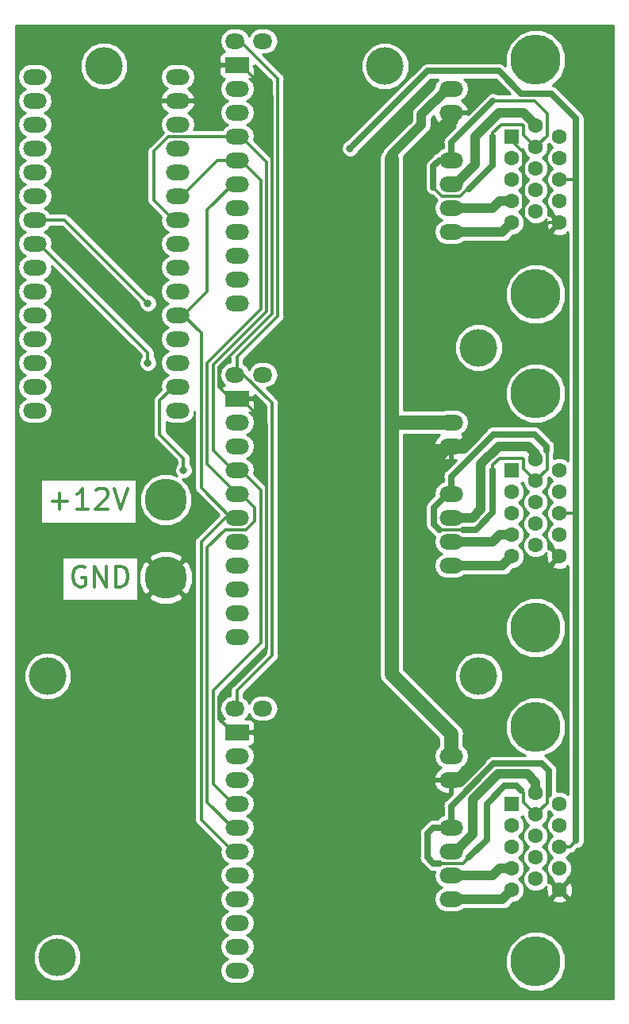
<source format=gbr>
G04 #@! TF.GenerationSoftware,KiCad,Pcbnew,(5.0.1)-4*
G04 #@! TF.CreationDate,2018-11-30T00:10:42+01:00*
G04 #@! TF.ProjectId,servos,736572766F732E6B696361645F706362,rev?*
G04 #@! TF.SameCoordinates,Original*
G04 #@! TF.FileFunction,Copper,L1,Top,Signal*
G04 #@! TF.FilePolarity,Positive*
%FSLAX46Y46*%
G04 Gerber Fmt 4.6, Leading zero omitted, Abs format (unit mm)*
G04 Created by KiCad (PCBNEW (5.0.1)-4) date 30.11.2018 00:10:42*
%MOMM*%
%LPD*%
G01*
G04 APERTURE LIST*
G04 #@! TA.AperFunction,NonConductor*
%ADD10C,0.300000*%
G04 #@! TD*
G04 #@! TA.AperFunction,ComponentPad*
%ADD11O,2.540000X1.651000*%
G04 #@! TD*
G04 #@! TA.AperFunction,ComponentPad*
%ADD12R,2.540000X1.651000*%
G04 #@! TD*
G04 #@! TA.AperFunction,ComponentPad*
%ADD13O,2.095500X1.651000*%
G04 #@! TD*
G04 #@! TA.AperFunction,ComponentPad*
%ADD14C,5.334000*%
G04 #@! TD*
G04 #@! TA.AperFunction,ComponentPad*
%ADD15C,1.600000*%
G04 #@! TD*
G04 #@! TA.AperFunction,ComponentPad*
%ADD16R,1.600000X1.600000*%
G04 #@! TD*
G04 #@! TA.AperFunction,ComponentPad*
%ADD17C,4.500880*%
G04 #@! TD*
G04 #@! TA.AperFunction,ComponentPad*
%ADD18O,2.540000X1.650000*%
G04 #@! TD*
G04 #@! TA.AperFunction,ViaPad*
%ADD19C,4.000000*%
G04 #@! TD*
G04 #@! TA.AperFunction,ViaPad*
%ADD20C,0.800000*%
G04 #@! TD*
G04 #@! TA.AperFunction,Conductor*
%ADD21C,0.304800*%
G04 #@! TD*
G04 #@! TA.AperFunction,Conductor*
%ADD22C,1.524000*%
G04 #@! TD*
G04 #@! TA.AperFunction,Conductor*
%ADD23C,0.635000*%
G04 #@! TD*
G04 #@! TA.AperFunction,Conductor*
%ADD24C,1.016000*%
G04 #@! TD*
G04 #@! TA.AperFunction,Conductor*
%ADD25C,0.254000*%
G04 #@! TD*
G04 APERTURE END LIST*
D10*
X139928809Y-109390000D02*
X139719285Y-109285238D01*
X139405000Y-109285238D01*
X139090714Y-109390000D01*
X138881190Y-109599523D01*
X138776428Y-109809047D01*
X138671666Y-110228095D01*
X138671666Y-110542380D01*
X138776428Y-110961428D01*
X138881190Y-111170952D01*
X139090714Y-111380476D01*
X139405000Y-111485238D01*
X139614523Y-111485238D01*
X139928809Y-111380476D01*
X140033571Y-111275714D01*
X140033571Y-110542380D01*
X139614523Y-110542380D01*
X140976428Y-111485238D02*
X140976428Y-109285238D01*
X142233571Y-111485238D01*
X142233571Y-109285238D01*
X143281190Y-111485238D02*
X143281190Y-109285238D01*
X143805000Y-109285238D01*
X144119285Y-109390000D01*
X144328809Y-109599523D01*
X144433571Y-109809047D01*
X144538333Y-110228095D01*
X144538333Y-110542380D01*
X144433571Y-110961428D01*
X144328809Y-111170952D01*
X144119285Y-111380476D01*
X143805000Y-111485238D01*
X143281190Y-111485238D01*
X136458809Y-102392142D02*
X138135000Y-102392142D01*
X137296904Y-103230238D02*
X137296904Y-101554047D01*
X140335000Y-103230238D02*
X139077857Y-103230238D01*
X139706428Y-103230238D02*
X139706428Y-101030238D01*
X139496904Y-101344523D01*
X139287380Y-101554047D01*
X139077857Y-101658809D01*
X141173095Y-101239761D02*
X141277857Y-101135000D01*
X141487380Y-101030238D01*
X142011190Y-101030238D01*
X142220714Y-101135000D01*
X142325476Y-101239761D01*
X142430238Y-101449285D01*
X142430238Y-101658809D01*
X142325476Y-101973095D01*
X141068333Y-103230238D01*
X142430238Y-103230238D01*
X143058809Y-101030238D02*
X143792142Y-103230238D01*
X144525476Y-101030238D01*
D11*
G04 #@! TO.P,U4,19*
G04 #@! TO.N,Net-(J3-Pad5)*
X179070000Y-144780000D03*
G04 #@! TO.P,U4,18*
G04 #@! TO.N,Net-(J3-Pad4)*
X179070000Y-142240000D03*
G04 #@! TO.P,U4,17*
G04 #@! TO.N,Net-(J3-Pad6)*
X179070000Y-139700000D03*
G04 #@! TO.P,U4,16*
G04 #@! TO.N,Net-(J3-Pad7)*
X179070000Y-137160000D03*
G04 #@! TO.P,U4,15*
G04 #@! TO.N,GND*
X179070000Y-132080000D03*
G04 #@! TO.P,U4,14*
G04 #@! TO.N,+12V*
X179070000Y-129540000D03*
G04 #@! TO.P,U4,13*
G04 #@! TO.N,Net-(U4-Pad13)*
X156210000Y-152400000D03*
G04 #@! TO.P,U4,12*
G04 #@! TO.N,Net-(U4-Pad12)*
X156210000Y-149860000D03*
G04 #@! TO.P,U4,11*
G04 #@! TO.N,Net-(U4-Pad11)*
X156210000Y-147320000D03*
G04 #@! TO.P,U4,10*
G04 #@! TO.N,Net-(U4-Pad10)*
X156210000Y-144780000D03*
G04 #@! TO.P,U4,9*
G04 #@! TO.N,CS3*
X156210000Y-142240000D03*
G04 #@! TO.P,U4,8*
G04 #@! TO.N,SCK*
X156210000Y-139700000D03*
G04 #@! TO.P,U4,7*
G04 #@! TO.N,MOSI*
X156210000Y-137160000D03*
G04 #@! TO.P,U4,6*
G04 #@! TO.N,MISO*
X156210000Y-134620000D03*
G04 #@! TO.P,U4,5*
G04 #@! TO.N,DIR3*
X156210000Y-132080000D03*
G04 #@! TO.P,U4,4*
G04 #@! TO.N,NXT3*
X156210000Y-129540000D03*
D12*
G04 #@! TO.P,U4,3*
G04 #@! TO.N,GND*
X156210000Y-127000000D03*
D13*
G04 #@! TO.P,U4,1*
G04 #@! TO.N,Net-(U4-Pad1)*
X158959550Y-124460000D03*
G04 #@! TO.P,U4,2*
G04 #@! TO.N,+3V3*
X156000450Y-124460000D03*
G04 #@! TD*
D14*
G04 #@! TO.P,J1,*
G04 #@! TO.N,*
X188082266Y-80309999D03*
X188082266Y-55321200D03*
D15*
G04 #@! TO.P,J1,15*
G04 #@! TO.N,GND*
X190622266Y-72660000D03*
G04 #@! TO.P,J1,14*
G04 #@! TO.N,Net-(J1-Pad14)*
X190622266Y-70370000D03*
G04 #@! TO.P,J1,13*
G04 #@! TO.N,+5V*
X190622266Y-68080000D03*
G04 #@! TO.P,J1,12*
G04 #@! TO.N,Net-(J1-Pad12)*
X190622266Y-65790000D03*
G04 #@! TO.P,J1,11*
G04 #@! TO.N,Net-(J1-Pad11)*
X190622266Y-63500000D03*
G04 #@! TO.P,J1,10*
G04 #@! TO.N,Net-(J1-Pad10)*
X188082266Y-71515000D03*
G04 #@! TO.P,J1,9*
G04 #@! TO.N,Net-(J1-Pad9)*
X188082266Y-69225000D03*
G04 #@! TO.P,J1,8*
G04 #@! TO.N,Net-(J1-Pad8)*
X188082266Y-66935000D03*
G04 #@! TO.P,J1,7*
G04 #@! TO.N,Net-(J1-Pad7)*
X188082266Y-64645000D03*
G04 #@! TO.P,J1,6*
G04 #@! TO.N,Net-(J1-Pad6)*
X188082266Y-62355000D03*
G04 #@! TO.P,J1,5*
G04 #@! TO.N,Net-(J1-Pad5)*
X185542266Y-72660000D03*
G04 #@! TO.P,J1,4*
G04 #@! TO.N,Net-(J1-Pad4)*
X185542266Y-70370000D03*
G04 #@! TO.P,J1,3*
G04 #@! TO.N,RLIMIT1*
X185542266Y-68080000D03*
G04 #@! TO.P,J1,2*
G04 #@! TO.N,FLIMIT1*
X185542266Y-65790000D03*
D16*
G04 #@! TO.P,J1,1*
G04 #@! TO.N,GND*
X185542266Y-63500000D03*
G04 #@! TD*
D13*
G04 #@! TO.P,U3,2*
G04 #@! TO.N,+3V3*
X156000450Y-88900000D03*
G04 #@! TO.P,U3,1*
G04 #@! TO.N,Net-(U3-Pad1)*
X158959550Y-88900000D03*
D12*
G04 #@! TO.P,U3,3*
G04 #@! TO.N,GND*
X156210000Y-91440000D03*
D11*
G04 #@! TO.P,U3,4*
G04 #@! TO.N,NXT2*
X156210000Y-93980000D03*
G04 #@! TO.P,U3,5*
G04 #@! TO.N,DIR2*
X156210000Y-96520000D03*
G04 #@! TO.P,U3,6*
G04 #@! TO.N,MISO*
X156210000Y-99060000D03*
G04 #@! TO.P,U3,7*
G04 #@! TO.N,MOSI*
X156210000Y-101600000D03*
G04 #@! TO.P,U3,8*
G04 #@! TO.N,SCK*
X156210000Y-104140000D03*
G04 #@! TO.P,U3,9*
G04 #@! TO.N,CS2*
X156210000Y-106680000D03*
G04 #@! TO.P,U3,10*
G04 #@! TO.N,Net-(U3-Pad10)*
X156210000Y-109220000D03*
G04 #@! TO.P,U3,11*
G04 #@! TO.N,Net-(U3-Pad11)*
X156210000Y-111760000D03*
G04 #@! TO.P,U3,12*
G04 #@! TO.N,Net-(U3-Pad12)*
X156210000Y-114300000D03*
G04 #@! TO.P,U3,13*
G04 #@! TO.N,Net-(U3-Pad13)*
X156210000Y-116840000D03*
G04 #@! TO.P,U3,14*
G04 #@! TO.N,+12V*
X179070000Y-93980000D03*
G04 #@! TO.P,U3,15*
G04 #@! TO.N,GND*
X179070000Y-96520000D03*
G04 #@! TO.P,U3,16*
G04 #@! TO.N,Net-(J2-Pad7)*
X179070000Y-101600000D03*
G04 #@! TO.P,U3,17*
G04 #@! TO.N,Net-(J2-Pad6)*
X179070000Y-104140000D03*
G04 #@! TO.P,U3,18*
G04 #@! TO.N,Net-(J2-Pad4)*
X179070000Y-106680000D03*
G04 #@! TO.P,U3,19*
G04 #@! TO.N,Net-(J2-Pad5)*
X179070000Y-109220000D03*
G04 #@! TD*
D17*
G04 #@! TO.P,U6,1*
G04 #@! TO.N,GND*
X148590000Y-110490000D03*
G04 #@! TD*
G04 #@! TO.P,U5,1*
G04 #@! TO.N,+12V*
X148590000Y-102235000D03*
G04 #@! TD*
D14*
G04 #@! TO.P,J3,*
G04 #@! TO.N,*
X188082266Y-151429999D03*
X188082266Y-126441200D03*
D15*
G04 #@! TO.P,J3,15*
G04 #@! TO.N,GND*
X190622266Y-143780000D03*
G04 #@! TO.P,J3,14*
G04 #@! TO.N,Net-(J3-Pad14)*
X190622266Y-141490000D03*
G04 #@! TO.P,J3,13*
G04 #@! TO.N,+5V*
X190622266Y-139200000D03*
G04 #@! TO.P,J3,12*
G04 #@! TO.N,Net-(J3-Pad12)*
X190622266Y-136910000D03*
G04 #@! TO.P,J3,11*
G04 #@! TO.N,Net-(J3-Pad11)*
X190622266Y-134620000D03*
G04 #@! TO.P,J3,10*
G04 #@! TO.N,Net-(J3-Pad10)*
X188082266Y-142635000D03*
G04 #@! TO.P,J3,9*
G04 #@! TO.N,Net-(J3-Pad9)*
X188082266Y-140345000D03*
G04 #@! TO.P,J3,8*
G04 #@! TO.N,Net-(J3-Pad8)*
X188082266Y-138055000D03*
G04 #@! TO.P,J3,7*
G04 #@! TO.N,Net-(J3-Pad7)*
X188082266Y-135765000D03*
G04 #@! TO.P,J3,6*
G04 #@! TO.N,Net-(J3-Pad6)*
X188082266Y-133475000D03*
G04 #@! TO.P,J3,5*
G04 #@! TO.N,Net-(J3-Pad5)*
X185542266Y-143780000D03*
G04 #@! TO.P,J3,4*
G04 #@! TO.N,Net-(J3-Pad4)*
X185542266Y-141490000D03*
G04 #@! TO.P,J3,3*
G04 #@! TO.N,RLIMIT3*
X185542266Y-139200000D03*
G04 #@! TO.P,J3,2*
G04 #@! TO.N,FLIMIT3*
X185542266Y-136910000D03*
D16*
G04 #@! TO.P,J3,1*
G04 #@! TO.N,GND*
X185542266Y-134620000D03*
G04 #@! TD*
D14*
G04 #@! TO.P,J2,*
G04 #@! TO.N,*
X188082266Y-115869999D03*
X188082266Y-90881200D03*
D15*
G04 #@! TO.P,J2,15*
G04 #@! TO.N,GND*
X190622266Y-108220000D03*
G04 #@! TO.P,J2,14*
G04 #@! TO.N,Net-(J2-Pad14)*
X190622266Y-105930000D03*
G04 #@! TO.P,J2,13*
G04 #@! TO.N,+5V*
X190622266Y-103640000D03*
G04 #@! TO.P,J2,12*
G04 #@! TO.N,Net-(J2-Pad12)*
X190622266Y-101350000D03*
G04 #@! TO.P,J2,11*
G04 #@! TO.N,Net-(J2-Pad11)*
X190622266Y-99060000D03*
G04 #@! TO.P,J2,10*
G04 #@! TO.N,Net-(J2-Pad10)*
X188082266Y-107075000D03*
G04 #@! TO.P,J2,9*
G04 #@! TO.N,Net-(J2-Pad9)*
X188082266Y-104785000D03*
G04 #@! TO.P,J2,8*
G04 #@! TO.N,Net-(J2-Pad8)*
X188082266Y-102495000D03*
G04 #@! TO.P,J2,7*
G04 #@! TO.N,Net-(J2-Pad7)*
X188082266Y-100205000D03*
G04 #@! TO.P,J2,6*
G04 #@! TO.N,Net-(J2-Pad6)*
X188082266Y-97915000D03*
G04 #@! TO.P,J2,5*
G04 #@! TO.N,Net-(J2-Pad5)*
X185542266Y-108220000D03*
G04 #@! TO.P,J2,4*
G04 #@! TO.N,Net-(J2-Pad4)*
X185542266Y-105930000D03*
G04 #@! TO.P,J2,3*
G04 #@! TO.N,RLIMIT2*
X185542266Y-103640000D03*
G04 #@! TO.P,J2,2*
G04 #@! TO.N,FLIMIT2*
X185542266Y-101350000D03*
D16*
G04 #@! TO.P,J2,1*
G04 #@! TO.N,GND*
X185542266Y-99060000D03*
G04 #@! TD*
D18*
G04 #@! TO.P,U1,1*
G04 #@! TO.N,NXT1*
X134620000Y-57150000D03*
G04 #@! TO.P,U1,2*
G04 #@! TO.N,NXT2*
X134620000Y-59690000D03*
G04 #@! TO.P,U1,3*
G04 #@! TO.N,Net-(U1-Pad3)*
X134620000Y-62230000D03*
G04 #@! TO.P,U1,4*
G04 #@! TO.N,Net-(U1-Pad4)*
X134620000Y-64770000D03*
G04 #@! TO.P,U1,5*
G04 #@! TO.N,DIR2*
X134620000Y-67310000D03*
G04 #@! TO.P,U1,6*
G04 #@! TO.N,CS2*
X134620000Y-69850000D03*
G04 #@! TO.P,U1,7*
G04 #@! TO.N,FLIMIT2*
X134620000Y-72390000D03*
G04 #@! TO.P,U1,8*
G04 #@! TO.N,RLIMIT2*
X134620000Y-74930000D03*
G04 #@! TO.P,U1,9*
G04 #@! TO.N,NXT3*
X134620000Y-77470000D03*
G04 #@! TO.P,U1,10*
G04 #@! TO.N,Net-(U1-Pad10)*
X134620000Y-80010000D03*
G04 #@! TO.P,U1,11*
G04 #@! TO.N,Net-(U1-Pad11)*
X134620000Y-82550000D03*
G04 #@! TO.P,U1,12*
G04 #@! TO.N,DIR3*
X134620000Y-85090000D03*
G04 #@! TO.P,U1,13*
G04 #@! TO.N,CS3*
X134620000Y-87630000D03*
G04 #@! TO.P,U1,14*
G04 #@! TO.N,FLIMIT3*
X134620000Y-90170000D03*
G04 #@! TO.P,U1,15*
G04 #@! TO.N,RLIMIT3*
X134620000Y-92710000D03*
G04 #@! TO.P,U1,16*
G04 #@! TO.N,Net-(U1-Pad16)*
X149860000Y-57150000D03*
G04 #@! TO.P,U1,17*
G04 #@! TO.N,GND*
X149860000Y-59690000D03*
G04 #@! TO.P,U1,18*
G04 #@! TO.N,RESET*
X149860000Y-62230000D03*
G04 #@! TO.P,U1,19*
G04 #@! TO.N,+5V*
X149860000Y-64770000D03*
G04 #@! TO.P,U1,20*
G04 #@! TO.N,Net-(U1-Pad20)*
X149860000Y-67310000D03*
G04 #@! TO.P,U1,21*
G04 #@! TO.N,MOSI*
X149860000Y-69850000D03*
G04 #@! TO.P,U1,22*
G04 #@! TO.N,MISO*
X149860000Y-72390000D03*
G04 #@! TO.P,U1,23*
G04 #@! TO.N,DIR1*
X149860000Y-74930000D03*
G04 #@! TO.P,U1,24*
G04 #@! TO.N,CS1*
X149860000Y-77470000D03*
G04 #@! TO.P,U1,25*
G04 #@! TO.N,FLIMIT1*
X149860000Y-80010000D03*
G04 #@! TO.P,U1,26*
G04 #@! TO.N,SCK*
X149860000Y-82550000D03*
G04 #@! TO.P,U1,27*
G04 #@! TO.N,RLIMIT1*
X149860000Y-85090000D03*
G04 #@! TO.P,U1,28*
G04 #@! TO.N,Net-(U1-Pad28)*
X149860000Y-87630000D03*
G04 #@! TO.P,U1,29*
G04 #@! TO.N,+3V3*
X149860000Y-90170000D03*
G04 #@! TO.P,U1,30*
G04 #@! TO.N,Net-(U1-Pad30)*
X149860000Y-92710000D03*
G04 #@! TD*
D13*
G04 #@! TO.P,U2,2*
G04 #@! TO.N,+3V3*
X156000450Y-53340000D03*
G04 #@! TO.P,U2,1*
G04 #@! TO.N,Net-(U2-Pad1)*
X158959550Y-53340000D03*
D12*
G04 #@! TO.P,U2,3*
G04 #@! TO.N,GND*
X156210000Y-55880000D03*
D11*
G04 #@! TO.P,U2,4*
G04 #@! TO.N,NXT1*
X156210000Y-58420000D03*
G04 #@! TO.P,U2,5*
G04 #@! TO.N,DIR1*
X156210000Y-60960000D03*
G04 #@! TO.P,U2,6*
G04 #@! TO.N,MISO*
X156210000Y-63500000D03*
G04 #@! TO.P,U2,7*
G04 #@! TO.N,MOSI*
X156210000Y-66040000D03*
G04 #@! TO.P,U2,8*
G04 #@! TO.N,SCK*
X156210000Y-68580000D03*
G04 #@! TO.P,U2,9*
G04 #@! TO.N,CS1*
X156210000Y-71120000D03*
G04 #@! TO.P,U2,10*
G04 #@! TO.N,Net-(U2-Pad10)*
X156210000Y-73660000D03*
G04 #@! TO.P,U2,11*
G04 #@! TO.N,Net-(U2-Pad11)*
X156210000Y-76200000D03*
G04 #@! TO.P,U2,12*
G04 #@! TO.N,RESET*
X156210000Y-78740000D03*
G04 #@! TO.P,U2,13*
G04 #@! TO.N,Net-(U2-Pad13)*
X156210000Y-81280000D03*
G04 #@! TO.P,U2,14*
G04 #@! TO.N,+12V*
X179070000Y-58420000D03*
G04 #@! TO.P,U2,15*
G04 #@! TO.N,GND*
X179070000Y-60960000D03*
G04 #@! TO.P,U2,16*
G04 #@! TO.N,Net-(J1-Pad7)*
X179070000Y-66040000D03*
G04 #@! TO.P,U2,17*
G04 #@! TO.N,Net-(J1-Pad6)*
X179070000Y-68580000D03*
G04 #@! TO.P,U2,18*
G04 #@! TO.N,Net-(J1-Pad4)*
X179070000Y-71120000D03*
G04 #@! TO.P,U2,19*
G04 #@! TO.N,Net-(J1-Pad5)*
X179070000Y-73660000D03*
G04 #@! TD*
D19*
G04 #@! TO.N,*
X182000000Y-86000000D03*
X172000000Y-56000000D03*
X182000000Y-121000000D03*
X136000000Y-121000000D03*
X137000000Y-151000000D03*
X142000000Y-55975490D03*
D20*
G04 #@! TO.N,+5V*
X168275000Y-64770000D03*
G04 #@! TO.N,+3V3*
X150495000Y-99060000D03*
G04 #@! TO.N,RLIMIT2*
X146685000Y-87630000D03*
G04 #@! TO.N,FLIMIT2*
X146685000Y-81280000D03*
G04 #@! TD*
D21*
G04 #@! TO.N,GND*
X156654500Y-55880000D02*
X156210000Y-55880000D01*
X156210000Y-91440000D02*
X155575000Y-91440000D01*
X154305000Y-90170000D02*
X154305000Y-88048316D01*
X155575000Y-91440000D02*
X154305000Y-90170000D01*
X154305000Y-88048316D02*
X159943818Y-82409498D01*
X159943818Y-82409498D02*
X159943818Y-59169318D01*
X159943818Y-59169318D02*
X156654500Y-55880000D01*
X186786767Y-72061363D02*
X187750404Y-73025000D01*
X186786767Y-65191363D02*
X186786767Y-72061363D01*
X185542266Y-63500000D02*
X185542266Y-63946862D01*
X185542266Y-63946862D02*
X186786767Y-65191363D01*
X189490896Y-72660000D02*
X190622266Y-72660000D01*
X187750404Y-73025000D02*
X189125896Y-73025000D01*
X189125896Y-73025000D02*
X189490896Y-72660000D01*
D22*
X179070000Y-61770306D02*
X179070000Y-60960000D01*
X180340000Y-96520000D02*
X182245000Y-94615000D01*
X182245000Y-94615000D02*
X182245000Y-92075000D01*
X182245000Y-92075000D02*
X175158390Y-84988390D01*
X175158390Y-84988390D02*
X175158390Y-65681916D01*
X179070000Y-96520000D02*
X180340000Y-96520000D01*
X175158390Y-65681916D02*
X179070000Y-61770306D01*
X182089390Y-129908267D02*
X179917657Y-132080000D01*
X179070000Y-96520000D02*
X178625500Y-96520000D01*
X178625500Y-96520000D02*
X175260000Y-99885500D01*
X175260000Y-99885500D02*
X175260000Y-120015000D01*
X175260000Y-120015000D02*
X182089390Y-126844390D01*
X179917657Y-132080000D02*
X179070000Y-132080000D01*
X182089390Y-126844390D02*
X182089390Y-129908267D01*
D21*
X155765500Y-127000000D02*
X156210000Y-127000000D01*
X156654500Y-91440000D02*
X159346908Y-94132408D01*
X156210000Y-91440000D02*
X156654500Y-91440000D01*
X159346908Y-94132408D02*
X159346908Y-118148092D01*
X159346908Y-118148092D02*
X154305000Y-123190000D01*
X154305000Y-123190000D02*
X154305000Y-125539500D01*
X154305000Y-125539500D02*
X155765500Y-127000000D01*
D23*
G04 #@! TO.N,+5V*
X192405000Y-61595000D02*
X189737990Y-58927990D01*
D21*
X168674999Y-64370001D02*
X168275000Y-64770000D01*
D23*
X189737990Y-58927990D02*
X186562990Y-58927990D01*
X186562990Y-58927990D02*
X184150000Y-56515000D01*
X176530000Y-56515000D02*
X168674999Y-64370001D01*
X184150000Y-56515000D02*
X176530000Y-56515000D01*
X192405000Y-66040000D02*
X192405000Y-61595000D01*
D21*
X192270000Y-103640000D02*
X190622266Y-103640000D01*
D23*
X192405000Y-66040000D02*
X192405000Y-103505000D01*
D21*
X192405000Y-103505000D02*
X192270000Y-103640000D01*
X191753636Y-139200000D02*
X190622266Y-139200000D01*
D23*
X192405000Y-103505000D02*
X192405000Y-138548636D01*
D21*
X192405000Y-138548636D02*
X191753636Y-139200000D01*
X192405000Y-67945000D02*
X192405000Y-66040000D01*
X190622266Y-68080000D02*
X192270000Y-68080000D01*
X192270000Y-68080000D02*
X192405000Y-67945000D01*
G04 #@! TO.N,+3V3*
X156210000Y-86995000D02*
X156210000Y-88900000D01*
X160540727Y-82664273D02*
X156210000Y-86995000D01*
X160540727Y-57315125D02*
X160540727Y-82664273D01*
X156210000Y-53340000D02*
X156565602Y-53340000D01*
X156565602Y-53340000D02*
X160540727Y-57315125D01*
X149415000Y-90170000D02*
X149860000Y-90170000D01*
X147955000Y-91630000D02*
X149415000Y-90170000D01*
X147955000Y-95250000D02*
X147955000Y-91630000D01*
X150495000Y-99060000D02*
X150495000Y-97790000D01*
X150495000Y-97790000D02*
X147955000Y-95250000D01*
X156210000Y-122555000D02*
X156210000Y-124460000D01*
X159943819Y-118821181D02*
X156210000Y-122555000D01*
X159943819Y-91902584D02*
X159943819Y-118821181D01*
X156210000Y-88900000D02*
X156941235Y-88900000D01*
X156941235Y-88900000D02*
X159943819Y-91902584D01*
G04 #@! TO.N,MISO*
X148889642Y-63500000D02*
X147320000Y-65069642D01*
X156210000Y-63500000D02*
X148889642Y-63500000D01*
X149415000Y-72390000D02*
X149860000Y-72390000D01*
X147320000Y-70295000D02*
X149415000Y-72390000D01*
X147320000Y-65069642D02*
X147320000Y-70295000D01*
X155765500Y-99060000D02*
X156210000Y-99060000D01*
X156654500Y-63500000D02*
X159346911Y-66192411D01*
X156210000Y-63500000D02*
X156654500Y-63500000D01*
X159346911Y-66192411D02*
X159346911Y-82162248D01*
X159346911Y-82162248D02*
X153670000Y-87839159D01*
X153670000Y-87839159D02*
X153670000Y-96964500D01*
X153670000Y-96964500D02*
X155765500Y-99060000D01*
X155765500Y-134620000D02*
X156210000Y-134620000D01*
X156654500Y-99060000D02*
X158749997Y-101155497D01*
X156210000Y-99060000D02*
X156654500Y-99060000D01*
X158749997Y-101155497D02*
X158749997Y-117475003D01*
X158749997Y-117475003D02*
X153670000Y-122555000D01*
X153670000Y-122555000D02*
X153670000Y-132524500D01*
X153670000Y-132524500D02*
X155765500Y-134620000D01*
G04 #@! TO.N,MOSI*
X150305000Y-69850000D02*
X154115000Y-66040000D01*
X149860000Y-69850000D02*
X150305000Y-69850000D01*
X154115000Y-66040000D02*
X156210000Y-66040000D01*
X156654500Y-66040000D02*
X156210000Y-66040000D01*
X158750000Y-68135500D02*
X156654500Y-66040000D01*
X158750000Y-81915000D02*
X158750000Y-68135500D01*
X153035000Y-87630000D02*
X158750000Y-81915000D01*
X156210000Y-101600000D02*
X153035000Y-98425000D01*
X153035000Y-98425000D02*
X153035000Y-87630000D01*
X155765500Y-137160000D02*
X156210000Y-137160000D01*
X153035000Y-107315000D02*
X153035000Y-134429500D01*
X156654500Y-101600000D02*
X158115000Y-103060500D01*
X156210000Y-101600000D02*
X156654500Y-101600000D01*
X158115000Y-103060500D02*
X158115000Y-104475565D01*
X158115000Y-104475565D02*
X157180565Y-105410000D01*
X153035000Y-134429500D02*
X155765500Y-137160000D01*
X157180565Y-105410000D02*
X154940000Y-105410000D01*
X154940000Y-105410000D02*
X153035000Y-107315000D01*
G04 #@! TO.N,SCK*
X155765500Y-139700000D02*
X156210000Y-139700000D01*
X152400000Y-136334500D02*
X155765500Y-139700000D01*
X152400000Y-106680000D02*
X152400000Y-136334500D01*
X156210000Y-104140000D02*
X154940000Y-104140000D01*
X154940000Y-104140000D02*
X152400000Y-106680000D01*
X155575000Y-104140000D02*
X156210000Y-104140000D01*
X152400000Y-100965000D02*
X155575000Y-104140000D01*
X152400000Y-84455000D02*
X152400000Y-100965000D01*
X149860000Y-82550000D02*
X150495000Y-82550000D01*
X150495000Y-82550000D02*
X152400000Y-84455000D01*
X153035000Y-80010000D02*
X150495000Y-82550000D01*
X153035000Y-71310500D02*
X153035000Y-80010000D01*
X156210000Y-68580000D02*
X155765500Y-68580000D01*
X155765500Y-68580000D02*
X153035000Y-71310500D01*
D22*
G04 #@! TO.N,+12V*
X179070000Y-127190500D02*
X179070000Y-129540000D01*
X172720000Y-120840500D02*
X179070000Y-127190500D01*
X176276000Y-93980000D02*
X172720000Y-93980000D01*
X179070000Y-93980000D02*
X176276000Y-93980000D01*
X172720000Y-65911150D02*
X172720000Y-93980000D01*
X172720000Y-93980000D02*
X172720000Y-120840500D01*
D24*
X172720000Y-65405000D02*
X172720000Y-65911150D01*
X175895000Y-62230000D02*
X172720000Y-65405000D01*
X175895000Y-61150500D02*
X175895000Y-62230000D01*
X179070000Y-58420000D02*
X178625500Y-58420000D01*
X178625500Y-58420000D02*
X175895000Y-61150500D01*
D21*
G04 #@! TO.N,Net-(J1-Pad7)*
X183515000Y-66375565D02*
X180975000Y-68915565D01*
X180975000Y-68915565D02*
X180040565Y-69850000D01*
X180040565Y-69850000D02*
X180040555Y-69850010D01*
X188082266Y-64645000D02*
X189326767Y-63400499D01*
X189326767Y-63400499D02*
X189326767Y-61056767D01*
D23*
X183515000Y-66609052D02*
X180975000Y-69149052D01*
X183515000Y-63500000D02*
X183515000Y-66609052D01*
D21*
X183515000Y-63500000D02*
X183515000Y-66375565D01*
D23*
X180975000Y-69149052D02*
X180949610Y-69149052D01*
X177165000Y-66675000D02*
X177165000Y-68915565D01*
X179070000Y-66040000D02*
X177800000Y-66040000D01*
X177800000Y-66040000D02*
X177165000Y-66675000D01*
D21*
X178099435Y-69850000D02*
X180040565Y-69850000D01*
X177165000Y-68915565D02*
X178099435Y-69850000D01*
D23*
X179070000Y-64135000D02*
X183515000Y-59690000D01*
X179070000Y-66040000D02*
X179070000Y-64135000D01*
D21*
X186786767Y-63349501D02*
X186786767Y-62344399D01*
X188082266Y-64645000D02*
X186786767Y-63349501D01*
X186697867Y-62255499D02*
X184386665Y-62255499D01*
X186786767Y-62344399D02*
X186697867Y-62255499D01*
X184386665Y-62255499D02*
X183515000Y-63127164D01*
X183515000Y-63127164D02*
X183515000Y-63500000D01*
X183515000Y-59690000D02*
X187960000Y-59690000D01*
X189326767Y-61056767D02*
X187960000Y-59690000D01*
G04 #@! TO.N,Net-(J1-Pad6)*
X179705000Y-68580000D02*
X179070000Y-68580000D01*
X181610000Y-66675000D02*
X179705000Y-68580000D01*
X181610000Y-63500000D02*
X181610000Y-66675000D01*
D24*
X181610000Y-66484500D02*
X181610000Y-63500000D01*
X179070000Y-68580000D02*
X179514500Y-68580000D01*
X179514500Y-68580000D02*
X181610000Y-66484500D01*
X184150000Y-60960000D02*
X186749420Y-60960000D01*
X188082266Y-62292846D02*
X188082266Y-62355000D01*
X186749420Y-60960000D02*
X188082266Y-62292846D01*
X181610000Y-63500000D02*
X184150000Y-60960000D01*
G04 #@! TO.N,Net-(J1-Pad4)*
X184265000Y-70370000D02*
X185542266Y-70370000D01*
X179070000Y-71120000D02*
X183515000Y-71120000D01*
X183515000Y-71120000D02*
X184265000Y-70370000D01*
G04 #@! TO.N,Net-(J1-Pad5)*
X184542266Y-73660000D02*
X185542266Y-72660000D01*
X179070000Y-73660000D02*
X184542266Y-73660000D01*
D21*
G04 #@! TO.N,Net-(J2-Pad7)*
X186786767Y-98909501D02*
X186786767Y-97886767D01*
X188082266Y-100205000D02*
X186786767Y-98909501D01*
X184227052Y-97790000D02*
X183515000Y-98502052D01*
X186786767Y-97886767D02*
X186690000Y-97790000D01*
X186690000Y-97790000D02*
X184227052Y-97790000D01*
X183515000Y-98502052D02*
X183515000Y-99060000D01*
D23*
X183515000Y-103561539D02*
X181666539Y-105410000D01*
X183515000Y-99060000D02*
X183515000Y-103561539D01*
X181666539Y-105410000D02*
X180340000Y-105410000D01*
X177190390Y-103035110D02*
X177190390Y-104800390D01*
X179070000Y-101600000D02*
X178625500Y-101600000D01*
X178625500Y-101600000D02*
X177190390Y-103035110D01*
X177190390Y-104800390D02*
X177800000Y-105410000D01*
X179070000Y-99729748D02*
X183549748Y-95250000D01*
X179070000Y-101600000D02*
X179070000Y-99729748D01*
X183549748Y-95250000D02*
X187960000Y-95250000D01*
X187960000Y-95250000D02*
X189230000Y-96520000D01*
X189230000Y-96520000D02*
X189230000Y-96976524D01*
D21*
X177800000Y-105410000D02*
X180340000Y-105410000D01*
X189326767Y-96616767D02*
X189230000Y-96520000D01*
X188082266Y-100205000D02*
X189326767Y-98960499D01*
X189326767Y-98960499D02*
X189326767Y-96616767D01*
D24*
G04 #@! TO.N,Net-(J2-Pad6)*
X181356000Y-104140000D02*
X182245000Y-103251000D01*
X188082266Y-97277266D02*
X188082266Y-97915000D01*
X179070000Y-104140000D02*
X181356000Y-104140000D01*
X182245000Y-103251000D02*
X182245000Y-98425000D01*
X182245000Y-98425000D02*
X184150000Y-96520000D01*
X184150000Y-96520000D02*
X187325000Y-96520000D01*
X187325000Y-96520000D02*
X188082266Y-97277266D01*
G04 #@! TO.N,Net-(J2-Pad4)*
X179070000Y-106680000D02*
X183515000Y-106680000D01*
X184265000Y-105930000D02*
X185542266Y-105930000D01*
X183515000Y-106680000D02*
X184265000Y-105930000D01*
G04 #@! TO.N,Net-(J2-Pad5)*
X185542266Y-108220000D02*
X184542266Y-109220000D01*
X184542266Y-109220000D02*
X179070000Y-109220000D01*
G04 #@! TO.N,Net-(J3-Pad5)*
X184542266Y-144780000D02*
X185542266Y-143780000D01*
X179070000Y-144780000D02*
X184542266Y-144780000D01*
G04 #@! TO.N,Net-(J3-Pad4)*
X184265000Y-141490000D02*
X185542266Y-141490000D01*
X179070000Y-142240000D02*
X183515000Y-142240000D01*
X183515000Y-142240000D02*
X184265000Y-141490000D01*
G04 #@! TO.N,Net-(J3-Pad6)*
X179514500Y-139700000D02*
X179070000Y-139700000D01*
X187183636Y-131445000D02*
X184072947Y-131445000D01*
X188082266Y-133475000D02*
X188082266Y-132343630D01*
X181356000Y-137858500D02*
X179514500Y-139700000D01*
X188082266Y-132343630D02*
X187183636Y-131445000D01*
X181356000Y-134161947D02*
X181356000Y-137858500D01*
X184072947Y-131445000D02*
X181356000Y-134161947D01*
D23*
G04 #@! TO.N,Net-(J3-Pad7)*
X177165000Y-137160000D02*
X176530000Y-137795000D01*
X179070000Y-137160000D02*
X177165000Y-137160000D01*
X176530000Y-137795000D02*
X176530000Y-140335000D01*
X176530000Y-140335000D02*
X177165000Y-140970000D01*
X177165000Y-140970000D02*
X177800000Y-140970000D01*
D21*
X189326767Y-133829289D02*
X189491867Y-133664189D01*
X188082266Y-135765000D02*
X189326767Y-134520499D01*
X189326767Y-134520499D02*
X189326767Y-133829289D01*
D23*
X183610017Y-130327390D02*
X188747390Y-130327390D01*
X189491867Y-132798391D02*
X189491867Y-133664189D01*
X179070000Y-137160000D02*
X179070000Y-134867407D01*
X189491867Y-131071867D02*
X189491867Y-132798391D01*
X188747390Y-130327390D02*
X189491867Y-131071867D01*
X179070000Y-134867407D02*
X183610017Y-130327390D01*
D21*
X180340000Y-140970000D02*
X177800000Y-140970000D01*
X188082266Y-135765000D02*
X186786767Y-134469501D01*
X186786767Y-134469501D02*
X186786767Y-133446767D01*
D23*
X182880000Y-134620000D02*
X182880000Y-138430000D01*
D21*
X182880000Y-138430000D02*
X181610000Y-139700000D01*
D23*
X186055000Y-132715000D02*
X184785000Y-132715000D01*
X184785000Y-132715000D02*
X182880000Y-134620000D01*
X180975000Y-140335000D02*
X182880000Y-138430000D01*
D21*
X180975000Y-140335000D02*
X180340000Y-140970000D01*
X181610000Y-139700000D02*
X180975000Y-140335000D01*
D23*
X186550399Y-133210399D02*
X186055000Y-132715000D01*
D21*
X186786767Y-133446767D02*
X186550399Y-133210399D01*
G04 #@! TO.N,NXT1*
X134620000Y-57150000D02*
X135065000Y-57150000D01*
G04 #@! TO.N,RLIMIT2*
X146685000Y-86550000D02*
X146685000Y-87630000D01*
X134620000Y-74930000D02*
X135065000Y-74930000D01*
X135065000Y-74930000D02*
X146685000Y-86550000D01*
G04 #@! TO.N,FLIMIT2*
X134620000Y-72390000D02*
X137795000Y-72390000D01*
X137795000Y-72390000D02*
X146685000Y-81280000D01*
G04 #@! TD*
D25*
G04 #@! TO.N,GND*
G36*
X196366201Y-155366200D02*
X132633800Y-155366200D01*
X132633800Y-150491023D01*
X134441200Y-150491023D01*
X134441200Y-151508977D01*
X134830754Y-152449444D01*
X135550556Y-153169246D01*
X136491023Y-153558800D01*
X137508977Y-153558800D01*
X138449444Y-153169246D01*
X139169246Y-152449444D01*
X139558800Y-151508977D01*
X139558800Y-150491023D01*
X139169246Y-149550556D01*
X138449444Y-148830754D01*
X137508977Y-148441200D01*
X136491023Y-148441200D01*
X135550556Y-148830754D01*
X134830754Y-149550556D01*
X134441200Y-150491023D01*
X132633800Y-150491023D01*
X132633800Y-120491023D01*
X133441200Y-120491023D01*
X133441200Y-121508977D01*
X133830754Y-122449444D01*
X134550556Y-123169246D01*
X135491023Y-123558800D01*
X136508977Y-123558800D01*
X137449444Y-123169246D01*
X138169246Y-122449444D01*
X138558800Y-121508977D01*
X138558800Y-120491023D01*
X138169246Y-119550556D01*
X137449444Y-118830754D01*
X136508977Y-118441200D01*
X135491023Y-118441200D01*
X134550556Y-118830754D01*
X133830754Y-119550556D01*
X133441200Y-120491023D01*
X132633800Y-120491023D01*
X132633800Y-108272200D01*
X137543819Y-108272200D01*
X137543819Y-112989800D01*
X145666181Y-112989800D01*
X145666181Y-112545786D01*
X146713819Y-112545786D01*
X146965111Y-112942533D01*
X148027342Y-113377664D01*
X149175233Y-113373173D01*
X150214889Y-112942533D01*
X150466181Y-112545786D01*
X148590000Y-110669605D01*
X146713819Y-112545786D01*
X145666181Y-112545786D01*
X145666181Y-109927342D01*
X145702336Y-109927342D01*
X145706827Y-111075233D01*
X146137467Y-112114889D01*
X146534214Y-112366181D01*
X148410395Y-110490000D01*
X148769605Y-110490000D01*
X150645786Y-112366181D01*
X151042533Y-112114889D01*
X151477664Y-111052658D01*
X151473173Y-109904767D01*
X151042533Y-108865111D01*
X150645786Y-108613819D01*
X148769605Y-110490000D01*
X148410395Y-110490000D01*
X146534214Y-108613819D01*
X146137467Y-108865111D01*
X145702336Y-109927342D01*
X145666181Y-109927342D01*
X145666181Y-108434214D01*
X146713819Y-108434214D01*
X148590000Y-110310395D01*
X150466181Y-108434214D01*
X150214889Y-108037467D01*
X149152658Y-107602336D01*
X148004767Y-107606827D01*
X146965111Y-108037467D01*
X146713819Y-108434214D01*
X145666181Y-108434214D01*
X145666181Y-108272200D01*
X137543819Y-108272200D01*
X132633800Y-108272200D01*
X132633800Y-100017200D01*
X135226200Y-100017200D01*
X135226200Y-104734800D01*
X145443800Y-104734800D01*
X145443800Y-101676207D01*
X145780760Y-101676207D01*
X145780760Y-102793793D01*
X146208442Y-103826306D01*
X146998694Y-104616558D01*
X148031207Y-105044240D01*
X149148793Y-105044240D01*
X150181306Y-104616558D01*
X150971558Y-103826306D01*
X151399240Y-102793793D01*
X151399240Y-101676207D01*
X150971558Y-100643694D01*
X150346664Y-100018800D01*
X150685717Y-100018800D01*
X151038117Y-99872831D01*
X151307831Y-99603117D01*
X151453800Y-99250717D01*
X151453800Y-98869283D01*
X151307831Y-98516883D01*
X151206200Y-98415252D01*
X151206200Y-97860041D01*
X151220132Y-97789999D01*
X151206200Y-97719957D01*
X151206200Y-97719954D01*
X151164936Y-97512504D01*
X151164935Y-97512502D01*
X151047424Y-97336635D01*
X151047422Y-97336633D01*
X151007746Y-97277254D01*
X150948367Y-97237578D01*
X148666200Y-94955412D01*
X148666200Y-93873950D01*
X148875068Y-94013511D01*
X149278709Y-94093800D01*
X150441291Y-94093800D01*
X150844932Y-94013511D01*
X151302664Y-93707664D01*
X151608511Y-93249932D01*
X151688801Y-92846289D01*
X151688801Y-100894954D01*
X151674868Y-100965000D01*
X151730065Y-101242496D01*
X151847576Y-101418364D01*
X151847579Y-101418367D01*
X151887255Y-101477746D01*
X151946634Y-101517422D01*
X154251711Y-103822500D01*
X151946634Y-106127578D01*
X151887254Y-106167255D01*
X151847578Y-106226634D01*
X151847576Y-106226636D01*
X151807710Y-106286300D01*
X151730064Y-106402505D01*
X151688800Y-106609955D01*
X151688800Y-106609959D01*
X151674868Y-106680000D01*
X151688800Y-106750041D01*
X151688801Y-136264454D01*
X151674868Y-136334500D01*
X151730065Y-136611996D01*
X151847576Y-136787864D01*
X151847579Y-136787867D01*
X151887255Y-136847246D01*
X151946634Y-136886922D01*
X154421379Y-139361667D01*
X154354080Y-139700000D01*
X154461518Y-140240127D01*
X154767475Y-140698025D01*
X155174515Y-140970000D01*
X154767475Y-141241975D01*
X154461518Y-141699873D01*
X154354080Y-142240000D01*
X154461518Y-142780127D01*
X154767475Y-143238025D01*
X155174515Y-143510000D01*
X154767475Y-143781975D01*
X154461518Y-144239873D01*
X154354080Y-144780000D01*
X154461518Y-145320127D01*
X154767475Y-145778025D01*
X155174515Y-146050000D01*
X154767475Y-146321975D01*
X154461518Y-146779873D01*
X154354080Y-147320000D01*
X154461518Y-147860127D01*
X154767475Y-148318025D01*
X155174515Y-148590000D01*
X154767475Y-148861975D01*
X154461518Y-149319873D01*
X154354080Y-149860000D01*
X154461518Y-150400127D01*
X154767475Y-150858025D01*
X155174515Y-151130000D01*
X154767475Y-151401975D01*
X154461518Y-151859873D01*
X154354080Y-152400000D01*
X154461518Y-152940127D01*
X154767475Y-153398025D01*
X155225373Y-153703982D01*
X155629159Y-153784300D01*
X156790841Y-153784300D01*
X157194627Y-153703982D01*
X157652525Y-153398025D01*
X157958482Y-152940127D01*
X158065920Y-152400000D01*
X157958482Y-151859873D01*
X157652525Y-151401975D01*
X157245485Y-151130000D01*
X157652525Y-150858025D01*
X157699081Y-150788348D01*
X184856466Y-150788348D01*
X184856466Y-152071650D01*
X185347565Y-153257268D01*
X186254997Y-154164700D01*
X187440615Y-154655799D01*
X188723917Y-154655799D01*
X189909535Y-154164700D01*
X190816967Y-153257268D01*
X191308066Y-152071650D01*
X191308066Y-150788348D01*
X190816967Y-149602730D01*
X189909535Y-148695298D01*
X188723917Y-148204199D01*
X187440615Y-148204199D01*
X186254997Y-148695298D01*
X185347565Y-149602730D01*
X184856466Y-150788348D01*
X157699081Y-150788348D01*
X157958482Y-150400127D01*
X158065920Y-149860000D01*
X157958482Y-149319873D01*
X157652525Y-148861975D01*
X157245485Y-148590000D01*
X157652525Y-148318025D01*
X157958482Y-147860127D01*
X158065920Y-147320000D01*
X157958482Y-146779873D01*
X157652525Y-146321975D01*
X157245485Y-146050000D01*
X157652525Y-145778025D01*
X157958482Y-145320127D01*
X158065920Y-144780000D01*
X157958482Y-144239873D01*
X157652525Y-143781975D01*
X157245485Y-143510000D01*
X157652525Y-143238025D01*
X157958482Y-142780127D01*
X158065920Y-142240000D01*
X157958482Y-141699873D01*
X157652525Y-141241975D01*
X157245485Y-140970000D01*
X157652525Y-140698025D01*
X157958482Y-140240127D01*
X158065920Y-139700000D01*
X157958482Y-139159873D01*
X157652525Y-138701975D01*
X157245485Y-138430000D01*
X157652525Y-138158025D01*
X157958482Y-137700127D01*
X158065920Y-137160000D01*
X157958482Y-136619873D01*
X157652525Y-136161975D01*
X157245485Y-135890000D01*
X157652525Y-135618025D01*
X157958482Y-135160127D01*
X158065920Y-134620000D01*
X157958482Y-134079873D01*
X157652525Y-133621975D01*
X157245485Y-133350000D01*
X157652525Y-133078025D01*
X157958482Y-132620127D01*
X157995695Y-132433044D01*
X177208312Y-132433044D01*
X177227573Y-132521577D01*
X177502968Y-133022927D01*
X177949258Y-133380725D01*
X178498500Y-133540500D01*
X178943000Y-133540500D01*
X178943000Y-132207000D01*
X177329960Y-132207000D01*
X177208312Y-132433044D01*
X157995695Y-132433044D01*
X158065920Y-132080000D01*
X157958482Y-131539873D01*
X157652525Y-131081975D01*
X157245485Y-130810000D01*
X157652525Y-130538025D01*
X157958482Y-130080127D01*
X158065920Y-129540000D01*
X157958482Y-128999873D01*
X157652525Y-128541975D01*
X157530589Y-128460500D01*
X157606309Y-128460500D01*
X157839698Y-128363827D01*
X158018327Y-128185199D01*
X158115000Y-127951810D01*
X158115000Y-127285750D01*
X157956250Y-127127000D01*
X156337000Y-127127000D01*
X156337000Y-127147000D01*
X156083000Y-127147000D01*
X156083000Y-127127000D01*
X156063000Y-127127000D01*
X156063000Y-126873000D01*
X156083000Y-126873000D01*
X156083000Y-126853000D01*
X156337000Y-126853000D01*
X156337000Y-126873000D01*
X157956250Y-126873000D01*
X158115000Y-126714250D01*
X158115000Y-126048190D01*
X158018327Y-125814801D01*
X157839698Y-125636173D01*
X157606309Y-125539500D01*
X157098789Y-125539500D01*
X157220725Y-125458025D01*
X157480000Y-125069992D01*
X157739275Y-125458025D01*
X158197173Y-125763982D01*
X158600959Y-125844300D01*
X159318141Y-125844300D01*
X159721927Y-125763982D01*
X160179825Y-125458025D01*
X160485782Y-125000127D01*
X160593220Y-124460000D01*
X160485782Y-123919873D01*
X160179825Y-123461975D01*
X159721927Y-123156018D01*
X159318141Y-123075700D01*
X158600959Y-123075700D01*
X158197173Y-123156018D01*
X157739275Y-123461975D01*
X157480000Y-123850008D01*
X157220725Y-123461975D01*
X156921200Y-123261839D01*
X156921200Y-122849588D01*
X160397186Y-119373603D01*
X160456565Y-119333927D01*
X160496241Y-119274548D01*
X160496243Y-119274546D01*
X160613754Y-119098679D01*
X160613754Y-119098678D01*
X160613755Y-119098677D01*
X160655019Y-118891227D01*
X160655019Y-118891224D01*
X160668951Y-118821182D01*
X160655019Y-118751140D01*
X160655019Y-91972625D01*
X160668951Y-91902583D01*
X160655019Y-91832542D01*
X160655019Y-91832538D01*
X160613755Y-91625088D01*
X160591051Y-91591110D01*
X160496243Y-91449219D01*
X160496239Y-91449215D01*
X160456564Y-91389838D01*
X160397188Y-91350164D01*
X159329136Y-90282113D01*
X159721927Y-90203982D01*
X160179825Y-89898025D01*
X160485782Y-89440127D01*
X160593220Y-88900000D01*
X160485782Y-88359873D01*
X160179825Y-87901975D01*
X159721927Y-87596018D01*
X159318141Y-87515700D01*
X158600959Y-87515700D01*
X158197173Y-87596018D01*
X157739275Y-87901975D01*
X157480000Y-88290008D01*
X157220725Y-87901975D01*
X156921200Y-87701839D01*
X156921200Y-87289588D01*
X160994094Y-83216695D01*
X161053473Y-83177019D01*
X161093149Y-83117640D01*
X161093151Y-83117638D01*
X161210662Y-82941770D01*
X161210663Y-82941769D01*
X161251927Y-82734319D01*
X161251927Y-82734315D01*
X161265859Y-82664273D01*
X161251927Y-82594231D01*
X161251927Y-64579283D01*
X167316200Y-64579283D01*
X167316200Y-64960717D01*
X167462169Y-65313117D01*
X167731883Y-65582831D01*
X168084283Y-65728800D01*
X168465717Y-65728800D01*
X168818117Y-65582831D01*
X169087831Y-65313117D01*
X169182358Y-65084910D01*
X169233610Y-65050664D01*
X176892975Y-57391300D01*
X177673383Y-57391300D01*
X177627475Y-57421975D01*
X177321518Y-57879873D01*
X177238231Y-58298587D01*
X175214953Y-60321865D01*
X175125881Y-60381381D01*
X174890097Y-60734257D01*
X174828200Y-61045435D01*
X174828200Y-61045439D01*
X174807302Y-61150500D01*
X174828200Y-61255561D01*
X174828200Y-61788117D01*
X172039953Y-64576365D01*
X171950881Y-64635881D01*
X171715097Y-64988757D01*
X171701230Y-65058470D01*
X171475834Y-65395800D01*
X171399200Y-65781064D01*
X171399201Y-93849908D01*
X171373324Y-93980000D01*
X171399200Y-94110087D01*
X171399201Y-120710408D01*
X171373324Y-120840500D01*
X171475834Y-121355850D01*
X171475835Y-121355851D01*
X171767757Y-121792744D01*
X171878039Y-121866432D01*
X177749200Y-127737593D01*
X177749201Y-128460641D01*
X177627475Y-128541975D01*
X177321518Y-128999873D01*
X177214080Y-129540000D01*
X177321518Y-130080127D01*
X177627475Y-130538025D01*
X177976620Y-130771315D01*
X177949258Y-130779275D01*
X177502968Y-131137073D01*
X177227573Y-131638423D01*
X177208312Y-131726956D01*
X177329960Y-131953000D01*
X178943000Y-131953000D01*
X178943000Y-131933000D01*
X179197000Y-131933000D01*
X179197000Y-131953000D01*
X179217000Y-131953000D01*
X179217000Y-132207000D01*
X179197000Y-132207000D01*
X179197000Y-133501133D01*
X178511392Y-134186741D01*
X178438224Y-134235630D01*
X178262097Y-134499224D01*
X178244545Y-134525492D01*
X178176533Y-134867407D01*
X178193701Y-134953715D01*
X178193701Y-135834470D01*
X178085373Y-135856018D01*
X177627475Y-136161975D01*
X177546141Y-136283700D01*
X177251304Y-136283700D01*
X177165000Y-136266533D01*
X177078696Y-136283700D01*
X176823085Y-136334544D01*
X176533223Y-136528223D01*
X176484335Y-136601389D01*
X175971393Y-137114332D01*
X175898223Y-137163223D01*
X175704544Y-137453086D01*
X175660851Y-137672746D01*
X175636533Y-137795000D01*
X175653700Y-137881304D01*
X175653701Y-140248692D01*
X175636533Y-140335000D01*
X175692285Y-140615282D01*
X175704545Y-140676915D01*
X175898224Y-140966777D01*
X175971391Y-141015666D01*
X176484335Y-141528611D01*
X176533223Y-141601777D01*
X176685912Y-141703800D01*
X176823085Y-141795456D01*
X177165000Y-141863467D01*
X177251304Y-141846300D01*
X177292392Y-141846300D01*
X177214080Y-142240000D01*
X177321518Y-142780127D01*
X177627475Y-143238025D01*
X178034515Y-143510000D01*
X177627475Y-143781975D01*
X177321518Y-144239873D01*
X177214080Y-144780000D01*
X177321518Y-145320127D01*
X177627475Y-145778025D01*
X178085373Y-146083982D01*
X178489159Y-146164300D01*
X179650841Y-146164300D01*
X180054627Y-146083982D01*
X180409596Y-145846800D01*
X184437205Y-145846800D01*
X184542266Y-145867698D01*
X184647327Y-145846800D01*
X184647332Y-145846800D01*
X184958510Y-145784903D01*
X185311385Y-145549119D01*
X185370901Y-145460047D01*
X185692148Y-145138800D01*
X185812548Y-145138800D01*
X186311964Y-144931935D01*
X186456154Y-144787745D01*
X189794127Y-144787745D01*
X189868261Y-145033864D01*
X190405489Y-145226965D01*
X190975720Y-145199778D01*
X191376271Y-145033864D01*
X191450405Y-144787745D01*
X190622266Y-143959605D01*
X189794127Y-144787745D01*
X186456154Y-144787745D01*
X186694201Y-144549698D01*
X186901066Y-144050282D01*
X186901066Y-143509718D01*
X186694201Y-143010302D01*
X186318899Y-142635000D01*
X186694201Y-142259698D01*
X186901066Y-141760282D01*
X186901066Y-141219718D01*
X186694201Y-140720302D01*
X186318899Y-140345000D01*
X186694201Y-139969698D01*
X186901066Y-139470282D01*
X186901066Y-138929718D01*
X186694201Y-138430302D01*
X186318899Y-138055000D01*
X186694201Y-137679698D01*
X186901066Y-137180282D01*
X186901066Y-136639718D01*
X186694201Y-136140302D01*
X186567799Y-136013900D01*
X186701965Y-135958327D01*
X186723466Y-135936826D01*
X186723466Y-136035282D01*
X186930331Y-136534698D01*
X187305633Y-136910000D01*
X186930331Y-137285302D01*
X186723466Y-137784718D01*
X186723466Y-138325282D01*
X186930331Y-138824698D01*
X187305633Y-139200000D01*
X186930331Y-139575302D01*
X186723466Y-140074718D01*
X186723466Y-140615282D01*
X186930331Y-141114698D01*
X187305633Y-141490000D01*
X186930331Y-141865302D01*
X186723466Y-142364718D01*
X186723466Y-142905282D01*
X186930331Y-143404698D01*
X187312568Y-143786935D01*
X187811984Y-143993800D01*
X188352548Y-143993800D01*
X188851964Y-143786935D01*
X189231204Y-143407695D01*
X189175301Y-143563223D01*
X189202488Y-144133454D01*
X189368402Y-144534005D01*
X189614521Y-144608139D01*
X190442661Y-143780000D01*
X190801871Y-143780000D01*
X191630011Y-144608139D01*
X191876130Y-144534005D01*
X192069231Y-143996777D01*
X192042044Y-143426546D01*
X191876130Y-143025995D01*
X191630011Y-142951861D01*
X190801871Y-143780000D01*
X190442661Y-143780000D01*
X189614521Y-142951861D01*
X189394296Y-143018196D01*
X189441066Y-142905282D01*
X189441066Y-142364718D01*
X189234201Y-141865302D01*
X188858899Y-141490000D01*
X189234201Y-141114698D01*
X189441066Y-140615282D01*
X189441066Y-140074718D01*
X189234201Y-139575302D01*
X188858899Y-139200000D01*
X189234201Y-138824698D01*
X189441066Y-138325282D01*
X189441066Y-137784718D01*
X189234201Y-137285302D01*
X188858899Y-136910000D01*
X189234201Y-136534698D01*
X189441066Y-136035282D01*
X189441066Y-135494718D01*
X189416835Y-135436220D01*
X189468288Y-135384766D01*
X189470331Y-135389698D01*
X189845633Y-135765000D01*
X189470331Y-136140302D01*
X189263466Y-136639718D01*
X189263466Y-137180282D01*
X189470331Y-137679698D01*
X189845633Y-138055000D01*
X189470331Y-138430302D01*
X189263466Y-138929718D01*
X189263466Y-139470282D01*
X189470331Y-139969698D01*
X189845633Y-140345000D01*
X189470331Y-140720302D01*
X189263466Y-141219718D01*
X189263466Y-141760282D01*
X189470331Y-142259698D01*
X189837822Y-142627189D01*
X189794127Y-142772255D01*
X190622266Y-143600395D01*
X191450405Y-142772255D01*
X191406710Y-142627189D01*
X191774201Y-142259698D01*
X191981066Y-141760282D01*
X191981066Y-141219718D01*
X191774201Y-140720302D01*
X191398899Y-140345000D01*
X191774201Y-139969698D01*
X191796165Y-139916673D01*
X191823677Y-139911200D01*
X191823682Y-139911200D01*
X192031132Y-139869936D01*
X192266382Y-139712746D01*
X192306060Y-139653364D01*
X192545211Y-139414213D01*
X192746915Y-139374092D01*
X193036777Y-139180413D01*
X193230456Y-138890551D01*
X193281300Y-138634940D01*
X193281300Y-61681304D01*
X193298467Y-61595000D01*
X193230456Y-61253085D01*
X193085664Y-61036388D01*
X193036777Y-60963223D01*
X192963611Y-60914335D01*
X190418658Y-58369384D01*
X190369767Y-58296213D01*
X190079905Y-58102534D01*
X189888749Y-58064511D01*
X189909535Y-58055901D01*
X190816967Y-57148469D01*
X191308066Y-55962851D01*
X191308066Y-54679549D01*
X190816967Y-53493931D01*
X189909535Y-52586499D01*
X188723917Y-52095400D01*
X187440615Y-52095400D01*
X186254997Y-52586499D01*
X185347565Y-53493931D01*
X184856466Y-54679549D01*
X184856466Y-55962851D01*
X184870142Y-55995868D01*
X184830668Y-55956394D01*
X184781777Y-55883223D01*
X184491915Y-55689544D01*
X184236304Y-55638700D01*
X184236303Y-55638700D01*
X184150000Y-55621533D01*
X184063697Y-55638700D01*
X176616303Y-55638700D01*
X176530000Y-55621533D01*
X176443697Y-55638700D01*
X176443696Y-55638700D01*
X176188085Y-55689544D01*
X175898223Y-55883223D01*
X175849334Y-55956391D01*
X167994336Y-63811390D01*
X167960090Y-63862642D01*
X167731883Y-63957169D01*
X167462169Y-64226883D01*
X167316200Y-64579283D01*
X161251927Y-64579283D01*
X161251927Y-57385167D01*
X161265859Y-57315125D01*
X161251927Y-57245083D01*
X161251927Y-57245079D01*
X161210663Y-57037629D01*
X161187959Y-57003651D01*
X161093151Y-56861760D01*
X161093147Y-56861756D01*
X161053472Y-56802379D01*
X160994096Y-56762705D01*
X159722414Y-55491023D01*
X169441200Y-55491023D01*
X169441200Y-56508977D01*
X169830754Y-57449444D01*
X170550556Y-58169246D01*
X171491023Y-58558800D01*
X172508977Y-58558800D01*
X173449444Y-58169246D01*
X174169246Y-57449444D01*
X174558800Y-56508977D01*
X174558800Y-55491023D01*
X174169246Y-54550556D01*
X173449444Y-53830754D01*
X172508977Y-53441200D01*
X171491023Y-53441200D01*
X170550556Y-53830754D01*
X169830754Y-54550556D01*
X169441200Y-55491023D01*
X159722414Y-55491023D01*
X158955690Y-54724300D01*
X159318141Y-54724300D01*
X159721927Y-54643982D01*
X160179825Y-54338025D01*
X160485782Y-53880127D01*
X160593220Y-53340000D01*
X160485782Y-52799873D01*
X160179825Y-52341975D01*
X159721927Y-52036018D01*
X159318141Y-51955700D01*
X158600959Y-51955700D01*
X158197173Y-52036018D01*
X157739275Y-52341975D01*
X157480000Y-52730008D01*
X157220725Y-52341975D01*
X156762827Y-52036018D01*
X156359041Y-51955700D01*
X155641859Y-51955700D01*
X155238073Y-52036018D01*
X154780175Y-52341975D01*
X154474218Y-52799873D01*
X154366780Y-53340000D01*
X154474218Y-53880127D01*
X154780175Y-54338025D01*
X154902111Y-54419500D01*
X154813691Y-54419500D01*
X154580302Y-54516173D01*
X154401673Y-54694801D01*
X154305000Y-54928190D01*
X154305000Y-55594250D01*
X154463750Y-55753000D01*
X156083000Y-55753000D01*
X156083000Y-55733000D01*
X156337000Y-55733000D01*
X156337000Y-55753000D01*
X156357000Y-55753000D01*
X156357000Y-56007000D01*
X156337000Y-56007000D01*
X156337000Y-56027000D01*
X156083000Y-56027000D01*
X156083000Y-56007000D01*
X154463750Y-56007000D01*
X154305000Y-56165750D01*
X154305000Y-56831810D01*
X154401673Y-57065199D01*
X154580302Y-57243827D01*
X154813691Y-57340500D01*
X154889411Y-57340500D01*
X154767475Y-57421975D01*
X154461518Y-57879873D01*
X154354080Y-58420000D01*
X154461518Y-58960127D01*
X154767475Y-59418025D01*
X155174515Y-59690000D01*
X154767475Y-59961975D01*
X154461518Y-60419873D01*
X154354080Y-60960000D01*
X154461518Y-61500127D01*
X154767475Y-61958025D01*
X155174515Y-62230000D01*
X154767475Y-62501975D01*
X154575825Y-62788800D01*
X151595904Y-62788800D01*
X151608511Y-62769932D01*
X151715910Y-62230000D01*
X151608511Y-61690068D01*
X151302664Y-61232336D01*
X150952714Y-60998507D01*
X150981051Y-60990263D01*
X151427179Y-60632573D01*
X151702465Y-60131385D01*
X151721692Y-60042965D01*
X151600038Y-59817000D01*
X149987000Y-59817000D01*
X149987000Y-59837000D01*
X149733000Y-59837000D01*
X149733000Y-59817000D01*
X148119962Y-59817000D01*
X147998308Y-60042965D01*
X148017535Y-60131385D01*
X148292821Y-60632573D01*
X148738949Y-60990263D01*
X148767286Y-60998507D01*
X148417336Y-61232336D01*
X148111489Y-61690068D01*
X148004090Y-62230000D01*
X148111489Y-62769932D01*
X148312735Y-63071118D01*
X146866634Y-64517220D01*
X146807254Y-64556897D01*
X146767578Y-64616276D01*
X146767576Y-64616278D01*
X146703673Y-64711916D01*
X146650064Y-64792147D01*
X146608800Y-64999597D01*
X146608800Y-64999601D01*
X146594868Y-65069642D01*
X146608800Y-65139684D01*
X146608801Y-70224954D01*
X146594868Y-70295000D01*
X146650065Y-70572496D01*
X146767576Y-70748364D01*
X146767579Y-70748367D01*
X146807255Y-70807746D01*
X146866634Y-70847422D01*
X148071304Y-72052092D01*
X148004090Y-72390000D01*
X148111489Y-72929932D01*
X148417336Y-73387664D01*
X148824915Y-73660000D01*
X148417336Y-73932336D01*
X148111489Y-74390068D01*
X148004090Y-74930000D01*
X148111489Y-75469932D01*
X148417336Y-75927664D01*
X148824915Y-76200000D01*
X148417336Y-76472336D01*
X148111489Y-76930068D01*
X148004090Y-77470000D01*
X148111489Y-78009932D01*
X148417336Y-78467664D01*
X148824915Y-78740000D01*
X148417336Y-79012336D01*
X148111489Y-79470068D01*
X148004090Y-80010000D01*
X148111489Y-80549932D01*
X148417336Y-81007664D01*
X148824915Y-81280000D01*
X148417336Y-81552336D01*
X148111489Y-82010068D01*
X148004090Y-82550000D01*
X148111489Y-83089932D01*
X148417336Y-83547664D01*
X148824915Y-83820000D01*
X148417336Y-84092336D01*
X148111489Y-84550068D01*
X148004090Y-85090000D01*
X148111489Y-85629932D01*
X148417336Y-86087664D01*
X148824915Y-86360000D01*
X148417336Y-86632336D01*
X148111489Y-87090068D01*
X148004090Y-87630000D01*
X148111489Y-88169932D01*
X148417336Y-88627664D01*
X148824915Y-88900000D01*
X148417336Y-89172336D01*
X148111489Y-89630068D01*
X148004090Y-90170000D01*
X148071304Y-90507908D01*
X147501634Y-91077578D01*
X147442255Y-91117254D01*
X147402579Y-91176633D01*
X147402576Y-91176636D01*
X147285065Y-91352504D01*
X147229868Y-91630000D01*
X147243801Y-91700046D01*
X147243800Y-95179958D01*
X147229868Y-95250000D01*
X147243800Y-95320041D01*
X147243800Y-95320045D01*
X147285064Y-95527495D01*
X147285065Y-95527496D01*
X147402576Y-95703364D01*
X147402578Y-95703366D01*
X147442254Y-95762745D01*
X147501634Y-95802422D01*
X149783801Y-98084590D01*
X149783801Y-98415251D01*
X149682169Y-98516883D01*
X149536200Y-98869283D01*
X149536200Y-99250717D01*
X149682169Y-99603117D01*
X149756557Y-99677505D01*
X149148793Y-99425760D01*
X148031207Y-99425760D01*
X146998694Y-99853442D01*
X146208442Y-100643694D01*
X145780760Y-101676207D01*
X145443800Y-101676207D01*
X145443800Y-100017200D01*
X135226200Y-100017200D01*
X132633800Y-100017200D01*
X132633800Y-57150000D01*
X132764090Y-57150000D01*
X132871489Y-57689932D01*
X133177336Y-58147664D01*
X133584915Y-58420000D01*
X133177336Y-58692336D01*
X132871489Y-59150068D01*
X132764090Y-59690000D01*
X132871489Y-60229932D01*
X133177336Y-60687664D01*
X133584915Y-60960000D01*
X133177336Y-61232336D01*
X132871489Y-61690068D01*
X132764090Y-62230000D01*
X132871489Y-62769932D01*
X133177336Y-63227664D01*
X133584915Y-63500000D01*
X133177336Y-63772336D01*
X132871489Y-64230068D01*
X132764090Y-64770000D01*
X132871489Y-65309932D01*
X133177336Y-65767664D01*
X133584915Y-66040000D01*
X133177336Y-66312336D01*
X132871489Y-66770068D01*
X132764090Y-67310000D01*
X132871489Y-67849932D01*
X133177336Y-68307664D01*
X133584915Y-68580000D01*
X133177336Y-68852336D01*
X132871489Y-69310068D01*
X132764090Y-69850000D01*
X132871489Y-70389932D01*
X133177336Y-70847664D01*
X133584915Y-71120000D01*
X133177336Y-71392336D01*
X132871489Y-71850068D01*
X132764090Y-72390000D01*
X132871489Y-72929932D01*
X133177336Y-73387664D01*
X133584915Y-73660000D01*
X133177336Y-73932336D01*
X132871489Y-74390068D01*
X132764090Y-74930000D01*
X132871489Y-75469932D01*
X133177336Y-75927664D01*
X133584915Y-76200000D01*
X133177336Y-76472336D01*
X132871489Y-76930068D01*
X132764090Y-77470000D01*
X132871489Y-78009932D01*
X133177336Y-78467664D01*
X133584915Y-78740000D01*
X133177336Y-79012336D01*
X132871489Y-79470068D01*
X132764090Y-80010000D01*
X132871489Y-80549932D01*
X133177336Y-81007664D01*
X133584915Y-81280000D01*
X133177336Y-81552336D01*
X132871489Y-82010068D01*
X132764090Y-82550000D01*
X132871489Y-83089932D01*
X133177336Y-83547664D01*
X133584915Y-83820000D01*
X133177336Y-84092336D01*
X132871489Y-84550068D01*
X132764090Y-85090000D01*
X132871489Y-85629932D01*
X133177336Y-86087664D01*
X133584915Y-86360000D01*
X133177336Y-86632336D01*
X132871489Y-87090068D01*
X132764090Y-87630000D01*
X132871489Y-88169932D01*
X133177336Y-88627664D01*
X133584915Y-88900000D01*
X133177336Y-89172336D01*
X132871489Y-89630068D01*
X132764090Y-90170000D01*
X132871489Y-90709932D01*
X133177336Y-91167664D01*
X133584915Y-91440000D01*
X133177336Y-91712336D01*
X132871489Y-92170068D01*
X132764090Y-92710000D01*
X132871489Y-93249932D01*
X133177336Y-93707664D01*
X133635068Y-94013511D01*
X134038709Y-94093800D01*
X135201291Y-94093800D01*
X135604932Y-94013511D01*
X136062664Y-93707664D01*
X136368511Y-93249932D01*
X136475910Y-92710000D01*
X136368511Y-92170068D01*
X136062664Y-91712336D01*
X135655085Y-91440000D01*
X136062664Y-91167664D01*
X136368511Y-90709932D01*
X136475910Y-90170000D01*
X136368511Y-89630068D01*
X136062664Y-89172336D01*
X135655085Y-88900000D01*
X136062664Y-88627664D01*
X136368511Y-88169932D01*
X136475910Y-87630000D01*
X136368511Y-87090068D01*
X136062664Y-86632336D01*
X135655085Y-86360000D01*
X136062664Y-86087664D01*
X136368511Y-85629932D01*
X136475910Y-85090000D01*
X136368511Y-84550068D01*
X136062664Y-84092336D01*
X135655085Y-83820000D01*
X136062664Y-83547664D01*
X136368511Y-83089932D01*
X136475910Y-82550000D01*
X136368511Y-82010068D01*
X136062664Y-81552336D01*
X135655085Y-81280000D01*
X136062664Y-81007664D01*
X136368511Y-80549932D01*
X136475910Y-80010000D01*
X136368511Y-79470068D01*
X136062664Y-79012336D01*
X135655085Y-78740000D01*
X136062664Y-78467664D01*
X136368511Y-78009932D01*
X136475910Y-77470000D01*
X136445294Y-77316082D01*
X145973800Y-86844589D01*
X145973800Y-86985252D01*
X145872169Y-87086883D01*
X145726200Y-87439283D01*
X145726200Y-87820717D01*
X145872169Y-88173117D01*
X146141883Y-88442831D01*
X146494283Y-88588800D01*
X146875717Y-88588800D01*
X147228117Y-88442831D01*
X147497831Y-88173117D01*
X147643800Y-87820717D01*
X147643800Y-87439283D01*
X147497831Y-87086883D01*
X147396200Y-86985252D01*
X147396200Y-86620042D01*
X147410132Y-86550000D01*
X147396200Y-86479958D01*
X147396200Y-86479954D01*
X147354936Y-86272504D01*
X147332232Y-86238526D01*
X147237424Y-86096635D01*
X147237420Y-86096631D01*
X147197745Y-86037254D01*
X147138369Y-85997580D01*
X136408696Y-75267908D01*
X136475910Y-74930000D01*
X136368511Y-74390068D01*
X136062664Y-73932336D01*
X135655085Y-73660000D01*
X136062664Y-73387664D01*
X136254073Y-73101200D01*
X137500412Y-73101200D01*
X145726200Y-81326989D01*
X145726200Y-81470717D01*
X145872169Y-81823117D01*
X146141883Y-82092831D01*
X146494283Y-82238800D01*
X146875717Y-82238800D01*
X147228117Y-82092831D01*
X147497831Y-81823117D01*
X147643800Y-81470717D01*
X147643800Y-81089283D01*
X147497831Y-80736883D01*
X147228117Y-80467169D01*
X146875717Y-80321200D01*
X146731989Y-80321200D01*
X138347423Y-71936635D01*
X138307746Y-71877254D01*
X138072496Y-71720064D01*
X137865046Y-71678800D01*
X137865041Y-71678800D01*
X137795000Y-71664868D01*
X137724959Y-71678800D01*
X136254073Y-71678800D01*
X136062664Y-71392336D01*
X135655085Y-71120000D01*
X136062664Y-70847664D01*
X136368511Y-70389932D01*
X136475910Y-69850000D01*
X136368511Y-69310068D01*
X136062664Y-68852336D01*
X135655085Y-68580000D01*
X136062664Y-68307664D01*
X136368511Y-67849932D01*
X136475910Y-67310000D01*
X136368511Y-66770068D01*
X136062664Y-66312336D01*
X135655085Y-66040000D01*
X136062664Y-65767664D01*
X136368511Y-65309932D01*
X136475910Y-64770000D01*
X136368511Y-64230068D01*
X136062664Y-63772336D01*
X135655085Y-63500000D01*
X136062664Y-63227664D01*
X136368511Y-62769932D01*
X136475910Y-62230000D01*
X136368511Y-61690068D01*
X136062664Y-61232336D01*
X135655085Y-60960000D01*
X136062664Y-60687664D01*
X136368511Y-60229932D01*
X136475910Y-59690000D01*
X136405701Y-59337035D01*
X147998308Y-59337035D01*
X148119962Y-59563000D01*
X149733000Y-59563000D01*
X149733000Y-59543000D01*
X149987000Y-59543000D01*
X149987000Y-59563000D01*
X151600038Y-59563000D01*
X151721692Y-59337035D01*
X151702465Y-59248615D01*
X151427179Y-58747427D01*
X150981051Y-58389737D01*
X150952714Y-58381493D01*
X151302664Y-58147664D01*
X151608511Y-57689932D01*
X151715910Y-57150000D01*
X151608511Y-56610068D01*
X151302664Y-56152336D01*
X150844932Y-55846489D01*
X150441291Y-55766200D01*
X149278709Y-55766200D01*
X148875068Y-55846489D01*
X148417336Y-56152336D01*
X148111489Y-56610068D01*
X148004090Y-57150000D01*
X148111489Y-57689932D01*
X148417336Y-58147664D01*
X148767286Y-58381493D01*
X148738949Y-58389737D01*
X148292821Y-58747427D01*
X148017535Y-59248615D01*
X147998308Y-59337035D01*
X136405701Y-59337035D01*
X136368511Y-59150068D01*
X136062664Y-58692336D01*
X135655085Y-58420000D01*
X136062664Y-58147664D01*
X136368511Y-57689932D01*
X136475910Y-57150000D01*
X136368511Y-56610068D01*
X136062664Y-56152336D01*
X135604932Y-55846489D01*
X135201291Y-55766200D01*
X134038709Y-55766200D01*
X133635068Y-55846489D01*
X133177336Y-56152336D01*
X132871489Y-56610068D01*
X132764090Y-57150000D01*
X132633800Y-57150000D01*
X132633800Y-55466513D01*
X139441200Y-55466513D01*
X139441200Y-56484467D01*
X139830754Y-57424934D01*
X140550556Y-58144736D01*
X141491023Y-58534290D01*
X142508977Y-58534290D01*
X143449444Y-58144736D01*
X144169246Y-57424934D01*
X144558800Y-56484467D01*
X144558800Y-55466513D01*
X144169246Y-54526046D01*
X143449444Y-53806244D01*
X142508977Y-53416690D01*
X141491023Y-53416690D01*
X140550556Y-53806244D01*
X139830754Y-54526046D01*
X139441200Y-55466513D01*
X132633800Y-55466513D01*
X132633800Y-51633800D01*
X196366200Y-51633800D01*
X196366201Y-155366200D01*
X196366201Y-155366200D01*
G37*
X196366201Y-155366200D02*
X132633800Y-155366200D01*
X132633800Y-150491023D01*
X134441200Y-150491023D01*
X134441200Y-151508977D01*
X134830754Y-152449444D01*
X135550556Y-153169246D01*
X136491023Y-153558800D01*
X137508977Y-153558800D01*
X138449444Y-153169246D01*
X139169246Y-152449444D01*
X139558800Y-151508977D01*
X139558800Y-150491023D01*
X139169246Y-149550556D01*
X138449444Y-148830754D01*
X137508977Y-148441200D01*
X136491023Y-148441200D01*
X135550556Y-148830754D01*
X134830754Y-149550556D01*
X134441200Y-150491023D01*
X132633800Y-150491023D01*
X132633800Y-120491023D01*
X133441200Y-120491023D01*
X133441200Y-121508977D01*
X133830754Y-122449444D01*
X134550556Y-123169246D01*
X135491023Y-123558800D01*
X136508977Y-123558800D01*
X137449444Y-123169246D01*
X138169246Y-122449444D01*
X138558800Y-121508977D01*
X138558800Y-120491023D01*
X138169246Y-119550556D01*
X137449444Y-118830754D01*
X136508977Y-118441200D01*
X135491023Y-118441200D01*
X134550556Y-118830754D01*
X133830754Y-119550556D01*
X133441200Y-120491023D01*
X132633800Y-120491023D01*
X132633800Y-108272200D01*
X137543819Y-108272200D01*
X137543819Y-112989800D01*
X145666181Y-112989800D01*
X145666181Y-112545786D01*
X146713819Y-112545786D01*
X146965111Y-112942533D01*
X148027342Y-113377664D01*
X149175233Y-113373173D01*
X150214889Y-112942533D01*
X150466181Y-112545786D01*
X148590000Y-110669605D01*
X146713819Y-112545786D01*
X145666181Y-112545786D01*
X145666181Y-109927342D01*
X145702336Y-109927342D01*
X145706827Y-111075233D01*
X146137467Y-112114889D01*
X146534214Y-112366181D01*
X148410395Y-110490000D01*
X148769605Y-110490000D01*
X150645786Y-112366181D01*
X151042533Y-112114889D01*
X151477664Y-111052658D01*
X151473173Y-109904767D01*
X151042533Y-108865111D01*
X150645786Y-108613819D01*
X148769605Y-110490000D01*
X148410395Y-110490000D01*
X146534214Y-108613819D01*
X146137467Y-108865111D01*
X145702336Y-109927342D01*
X145666181Y-109927342D01*
X145666181Y-108434214D01*
X146713819Y-108434214D01*
X148590000Y-110310395D01*
X150466181Y-108434214D01*
X150214889Y-108037467D01*
X149152658Y-107602336D01*
X148004767Y-107606827D01*
X146965111Y-108037467D01*
X146713819Y-108434214D01*
X145666181Y-108434214D01*
X145666181Y-108272200D01*
X137543819Y-108272200D01*
X132633800Y-108272200D01*
X132633800Y-100017200D01*
X135226200Y-100017200D01*
X135226200Y-104734800D01*
X145443800Y-104734800D01*
X145443800Y-101676207D01*
X145780760Y-101676207D01*
X145780760Y-102793793D01*
X146208442Y-103826306D01*
X146998694Y-104616558D01*
X148031207Y-105044240D01*
X149148793Y-105044240D01*
X150181306Y-104616558D01*
X150971558Y-103826306D01*
X151399240Y-102793793D01*
X151399240Y-101676207D01*
X150971558Y-100643694D01*
X150346664Y-100018800D01*
X150685717Y-100018800D01*
X151038117Y-99872831D01*
X151307831Y-99603117D01*
X151453800Y-99250717D01*
X151453800Y-98869283D01*
X151307831Y-98516883D01*
X151206200Y-98415252D01*
X151206200Y-97860041D01*
X151220132Y-97789999D01*
X151206200Y-97719957D01*
X151206200Y-97719954D01*
X151164936Y-97512504D01*
X151164935Y-97512502D01*
X151047424Y-97336635D01*
X151047422Y-97336633D01*
X151007746Y-97277254D01*
X150948367Y-97237578D01*
X148666200Y-94955412D01*
X148666200Y-93873950D01*
X148875068Y-94013511D01*
X149278709Y-94093800D01*
X150441291Y-94093800D01*
X150844932Y-94013511D01*
X151302664Y-93707664D01*
X151608511Y-93249932D01*
X151688801Y-92846289D01*
X151688801Y-100894954D01*
X151674868Y-100965000D01*
X151730065Y-101242496D01*
X151847576Y-101418364D01*
X151847579Y-101418367D01*
X151887255Y-101477746D01*
X151946634Y-101517422D01*
X154251711Y-103822500D01*
X151946634Y-106127578D01*
X151887254Y-106167255D01*
X151847578Y-106226634D01*
X151847576Y-106226636D01*
X151807710Y-106286300D01*
X151730064Y-106402505D01*
X151688800Y-106609955D01*
X151688800Y-106609959D01*
X151674868Y-106680000D01*
X151688800Y-106750041D01*
X151688801Y-136264454D01*
X151674868Y-136334500D01*
X151730065Y-136611996D01*
X151847576Y-136787864D01*
X151847579Y-136787867D01*
X151887255Y-136847246D01*
X151946634Y-136886922D01*
X154421379Y-139361667D01*
X154354080Y-139700000D01*
X154461518Y-140240127D01*
X154767475Y-140698025D01*
X155174515Y-140970000D01*
X154767475Y-141241975D01*
X154461518Y-141699873D01*
X154354080Y-142240000D01*
X154461518Y-142780127D01*
X154767475Y-143238025D01*
X155174515Y-143510000D01*
X154767475Y-143781975D01*
X154461518Y-144239873D01*
X154354080Y-144780000D01*
X154461518Y-145320127D01*
X154767475Y-145778025D01*
X155174515Y-146050000D01*
X154767475Y-146321975D01*
X154461518Y-146779873D01*
X154354080Y-147320000D01*
X154461518Y-147860127D01*
X154767475Y-148318025D01*
X155174515Y-148590000D01*
X154767475Y-148861975D01*
X154461518Y-149319873D01*
X154354080Y-149860000D01*
X154461518Y-150400127D01*
X154767475Y-150858025D01*
X155174515Y-151130000D01*
X154767475Y-151401975D01*
X154461518Y-151859873D01*
X154354080Y-152400000D01*
X154461518Y-152940127D01*
X154767475Y-153398025D01*
X155225373Y-153703982D01*
X155629159Y-153784300D01*
X156790841Y-153784300D01*
X157194627Y-153703982D01*
X157652525Y-153398025D01*
X157958482Y-152940127D01*
X158065920Y-152400000D01*
X157958482Y-151859873D01*
X157652525Y-151401975D01*
X157245485Y-151130000D01*
X157652525Y-150858025D01*
X157699081Y-150788348D01*
X184856466Y-150788348D01*
X184856466Y-152071650D01*
X185347565Y-153257268D01*
X186254997Y-154164700D01*
X187440615Y-154655799D01*
X188723917Y-154655799D01*
X189909535Y-154164700D01*
X190816967Y-153257268D01*
X191308066Y-152071650D01*
X191308066Y-150788348D01*
X190816967Y-149602730D01*
X189909535Y-148695298D01*
X188723917Y-148204199D01*
X187440615Y-148204199D01*
X186254997Y-148695298D01*
X185347565Y-149602730D01*
X184856466Y-150788348D01*
X157699081Y-150788348D01*
X157958482Y-150400127D01*
X158065920Y-149860000D01*
X157958482Y-149319873D01*
X157652525Y-148861975D01*
X157245485Y-148590000D01*
X157652525Y-148318025D01*
X157958482Y-147860127D01*
X158065920Y-147320000D01*
X157958482Y-146779873D01*
X157652525Y-146321975D01*
X157245485Y-146050000D01*
X157652525Y-145778025D01*
X157958482Y-145320127D01*
X158065920Y-144780000D01*
X157958482Y-144239873D01*
X157652525Y-143781975D01*
X157245485Y-143510000D01*
X157652525Y-143238025D01*
X157958482Y-142780127D01*
X158065920Y-142240000D01*
X157958482Y-141699873D01*
X157652525Y-141241975D01*
X157245485Y-140970000D01*
X157652525Y-140698025D01*
X157958482Y-140240127D01*
X158065920Y-139700000D01*
X157958482Y-139159873D01*
X157652525Y-138701975D01*
X157245485Y-138430000D01*
X157652525Y-138158025D01*
X157958482Y-137700127D01*
X158065920Y-137160000D01*
X157958482Y-136619873D01*
X157652525Y-136161975D01*
X157245485Y-135890000D01*
X157652525Y-135618025D01*
X157958482Y-135160127D01*
X158065920Y-134620000D01*
X157958482Y-134079873D01*
X157652525Y-133621975D01*
X157245485Y-133350000D01*
X157652525Y-133078025D01*
X157958482Y-132620127D01*
X157995695Y-132433044D01*
X177208312Y-132433044D01*
X177227573Y-132521577D01*
X177502968Y-133022927D01*
X177949258Y-133380725D01*
X178498500Y-133540500D01*
X178943000Y-133540500D01*
X178943000Y-132207000D01*
X177329960Y-132207000D01*
X177208312Y-132433044D01*
X157995695Y-132433044D01*
X158065920Y-132080000D01*
X157958482Y-131539873D01*
X157652525Y-131081975D01*
X157245485Y-130810000D01*
X157652525Y-130538025D01*
X157958482Y-130080127D01*
X158065920Y-129540000D01*
X157958482Y-128999873D01*
X157652525Y-128541975D01*
X157530589Y-128460500D01*
X157606309Y-128460500D01*
X157839698Y-128363827D01*
X158018327Y-128185199D01*
X158115000Y-127951810D01*
X158115000Y-127285750D01*
X157956250Y-127127000D01*
X156337000Y-127127000D01*
X156337000Y-127147000D01*
X156083000Y-127147000D01*
X156083000Y-127127000D01*
X156063000Y-127127000D01*
X156063000Y-126873000D01*
X156083000Y-126873000D01*
X156083000Y-126853000D01*
X156337000Y-126853000D01*
X156337000Y-126873000D01*
X157956250Y-126873000D01*
X158115000Y-126714250D01*
X158115000Y-126048190D01*
X158018327Y-125814801D01*
X157839698Y-125636173D01*
X157606309Y-125539500D01*
X157098789Y-125539500D01*
X157220725Y-125458025D01*
X157480000Y-125069992D01*
X157739275Y-125458025D01*
X158197173Y-125763982D01*
X158600959Y-125844300D01*
X159318141Y-125844300D01*
X159721927Y-125763982D01*
X160179825Y-125458025D01*
X160485782Y-125000127D01*
X160593220Y-124460000D01*
X160485782Y-123919873D01*
X160179825Y-123461975D01*
X159721927Y-123156018D01*
X159318141Y-123075700D01*
X158600959Y-123075700D01*
X158197173Y-123156018D01*
X157739275Y-123461975D01*
X157480000Y-123850008D01*
X157220725Y-123461975D01*
X156921200Y-123261839D01*
X156921200Y-122849588D01*
X160397186Y-119373603D01*
X160456565Y-119333927D01*
X160496241Y-119274548D01*
X160496243Y-119274546D01*
X160613754Y-119098679D01*
X160613754Y-119098678D01*
X160613755Y-119098677D01*
X160655019Y-118891227D01*
X160655019Y-118891224D01*
X160668951Y-118821182D01*
X160655019Y-118751140D01*
X160655019Y-91972625D01*
X160668951Y-91902583D01*
X160655019Y-91832542D01*
X160655019Y-91832538D01*
X160613755Y-91625088D01*
X160591051Y-91591110D01*
X160496243Y-91449219D01*
X160496239Y-91449215D01*
X160456564Y-91389838D01*
X160397188Y-91350164D01*
X159329136Y-90282113D01*
X159721927Y-90203982D01*
X160179825Y-89898025D01*
X160485782Y-89440127D01*
X160593220Y-88900000D01*
X160485782Y-88359873D01*
X160179825Y-87901975D01*
X159721927Y-87596018D01*
X159318141Y-87515700D01*
X158600959Y-87515700D01*
X158197173Y-87596018D01*
X157739275Y-87901975D01*
X157480000Y-88290008D01*
X157220725Y-87901975D01*
X156921200Y-87701839D01*
X156921200Y-87289588D01*
X160994094Y-83216695D01*
X161053473Y-83177019D01*
X161093149Y-83117640D01*
X161093151Y-83117638D01*
X161210662Y-82941770D01*
X161210663Y-82941769D01*
X161251927Y-82734319D01*
X161251927Y-82734315D01*
X161265859Y-82664273D01*
X161251927Y-82594231D01*
X161251927Y-64579283D01*
X167316200Y-64579283D01*
X167316200Y-64960717D01*
X167462169Y-65313117D01*
X167731883Y-65582831D01*
X168084283Y-65728800D01*
X168465717Y-65728800D01*
X168818117Y-65582831D01*
X169087831Y-65313117D01*
X169182358Y-65084910D01*
X169233610Y-65050664D01*
X176892975Y-57391300D01*
X177673383Y-57391300D01*
X177627475Y-57421975D01*
X177321518Y-57879873D01*
X177238231Y-58298587D01*
X175214953Y-60321865D01*
X175125881Y-60381381D01*
X174890097Y-60734257D01*
X174828200Y-61045435D01*
X174828200Y-61045439D01*
X174807302Y-61150500D01*
X174828200Y-61255561D01*
X174828200Y-61788117D01*
X172039953Y-64576365D01*
X171950881Y-64635881D01*
X171715097Y-64988757D01*
X171701230Y-65058470D01*
X171475834Y-65395800D01*
X171399200Y-65781064D01*
X171399201Y-93849908D01*
X171373324Y-93980000D01*
X171399200Y-94110087D01*
X171399201Y-120710408D01*
X171373324Y-120840500D01*
X171475834Y-121355850D01*
X171475835Y-121355851D01*
X171767757Y-121792744D01*
X171878039Y-121866432D01*
X177749200Y-127737593D01*
X177749201Y-128460641D01*
X177627475Y-128541975D01*
X177321518Y-128999873D01*
X177214080Y-129540000D01*
X177321518Y-130080127D01*
X177627475Y-130538025D01*
X177976620Y-130771315D01*
X177949258Y-130779275D01*
X177502968Y-131137073D01*
X177227573Y-131638423D01*
X177208312Y-131726956D01*
X177329960Y-131953000D01*
X178943000Y-131953000D01*
X178943000Y-131933000D01*
X179197000Y-131933000D01*
X179197000Y-131953000D01*
X179217000Y-131953000D01*
X179217000Y-132207000D01*
X179197000Y-132207000D01*
X179197000Y-133501133D01*
X178511392Y-134186741D01*
X178438224Y-134235630D01*
X178262097Y-134499224D01*
X178244545Y-134525492D01*
X178176533Y-134867407D01*
X178193701Y-134953715D01*
X178193701Y-135834470D01*
X178085373Y-135856018D01*
X177627475Y-136161975D01*
X177546141Y-136283700D01*
X177251304Y-136283700D01*
X177165000Y-136266533D01*
X177078696Y-136283700D01*
X176823085Y-136334544D01*
X176533223Y-136528223D01*
X176484335Y-136601389D01*
X175971393Y-137114332D01*
X175898223Y-137163223D01*
X175704544Y-137453086D01*
X175660851Y-137672746D01*
X175636533Y-137795000D01*
X175653700Y-137881304D01*
X175653701Y-140248692D01*
X175636533Y-140335000D01*
X175692285Y-140615282D01*
X175704545Y-140676915D01*
X175898224Y-140966777D01*
X175971391Y-141015666D01*
X176484335Y-141528611D01*
X176533223Y-141601777D01*
X176685912Y-141703800D01*
X176823085Y-141795456D01*
X177165000Y-141863467D01*
X177251304Y-141846300D01*
X177292392Y-141846300D01*
X177214080Y-142240000D01*
X177321518Y-142780127D01*
X177627475Y-143238025D01*
X178034515Y-143510000D01*
X177627475Y-143781975D01*
X177321518Y-144239873D01*
X177214080Y-144780000D01*
X177321518Y-145320127D01*
X177627475Y-145778025D01*
X178085373Y-146083982D01*
X178489159Y-146164300D01*
X179650841Y-146164300D01*
X180054627Y-146083982D01*
X180409596Y-145846800D01*
X184437205Y-145846800D01*
X184542266Y-145867698D01*
X184647327Y-145846800D01*
X184647332Y-145846800D01*
X184958510Y-145784903D01*
X185311385Y-145549119D01*
X185370901Y-145460047D01*
X185692148Y-145138800D01*
X185812548Y-145138800D01*
X186311964Y-144931935D01*
X186456154Y-144787745D01*
X189794127Y-144787745D01*
X189868261Y-145033864D01*
X190405489Y-145226965D01*
X190975720Y-145199778D01*
X191376271Y-145033864D01*
X191450405Y-144787745D01*
X190622266Y-143959605D01*
X189794127Y-144787745D01*
X186456154Y-144787745D01*
X186694201Y-144549698D01*
X186901066Y-144050282D01*
X186901066Y-143509718D01*
X186694201Y-143010302D01*
X186318899Y-142635000D01*
X186694201Y-142259698D01*
X186901066Y-141760282D01*
X186901066Y-141219718D01*
X186694201Y-140720302D01*
X186318899Y-140345000D01*
X186694201Y-139969698D01*
X186901066Y-139470282D01*
X186901066Y-138929718D01*
X186694201Y-138430302D01*
X186318899Y-138055000D01*
X186694201Y-137679698D01*
X186901066Y-137180282D01*
X186901066Y-136639718D01*
X186694201Y-136140302D01*
X186567799Y-136013900D01*
X186701965Y-135958327D01*
X186723466Y-135936826D01*
X186723466Y-136035282D01*
X186930331Y-136534698D01*
X187305633Y-136910000D01*
X186930331Y-137285302D01*
X186723466Y-137784718D01*
X186723466Y-138325282D01*
X186930331Y-138824698D01*
X187305633Y-139200000D01*
X186930331Y-139575302D01*
X186723466Y-140074718D01*
X186723466Y-140615282D01*
X186930331Y-141114698D01*
X187305633Y-141490000D01*
X186930331Y-141865302D01*
X186723466Y-142364718D01*
X186723466Y-142905282D01*
X186930331Y-143404698D01*
X187312568Y-143786935D01*
X187811984Y-143993800D01*
X188352548Y-143993800D01*
X188851964Y-143786935D01*
X189231204Y-143407695D01*
X189175301Y-143563223D01*
X189202488Y-144133454D01*
X189368402Y-144534005D01*
X189614521Y-144608139D01*
X190442661Y-143780000D01*
X190801871Y-143780000D01*
X191630011Y-144608139D01*
X191876130Y-144534005D01*
X192069231Y-143996777D01*
X192042044Y-143426546D01*
X191876130Y-143025995D01*
X191630011Y-142951861D01*
X190801871Y-143780000D01*
X190442661Y-143780000D01*
X189614521Y-142951861D01*
X189394296Y-143018196D01*
X189441066Y-142905282D01*
X189441066Y-142364718D01*
X189234201Y-141865302D01*
X188858899Y-141490000D01*
X189234201Y-141114698D01*
X189441066Y-140615282D01*
X189441066Y-140074718D01*
X189234201Y-139575302D01*
X188858899Y-139200000D01*
X189234201Y-138824698D01*
X189441066Y-138325282D01*
X189441066Y-137784718D01*
X189234201Y-137285302D01*
X188858899Y-136910000D01*
X189234201Y-136534698D01*
X189441066Y-136035282D01*
X189441066Y-135494718D01*
X189416835Y-135436220D01*
X189468288Y-135384766D01*
X189470331Y-135389698D01*
X189845633Y-135765000D01*
X189470331Y-136140302D01*
X189263466Y-136639718D01*
X189263466Y-137180282D01*
X189470331Y-137679698D01*
X189845633Y-138055000D01*
X189470331Y-138430302D01*
X189263466Y-138929718D01*
X189263466Y-139470282D01*
X189470331Y-139969698D01*
X189845633Y-140345000D01*
X189470331Y-140720302D01*
X189263466Y-141219718D01*
X189263466Y-141760282D01*
X189470331Y-142259698D01*
X189837822Y-142627189D01*
X189794127Y-142772255D01*
X190622266Y-143600395D01*
X191450405Y-142772255D01*
X191406710Y-142627189D01*
X191774201Y-142259698D01*
X191981066Y-141760282D01*
X191981066Y-141219718D01*
X191774201Y-140720302D01*
X191398899Y-140345000D01*
X191774201Y-139969698D01*
X191796165Y-139916673D01*
X191823677Y-139911200D01*
X191823682Y-139911200D01*
X192031132Y-139869936D01*
X192266382Y-139712746D01*
X192306060Y-139653364D01*
X192545211Y-139414213D01*
X192746915Y-139374092D01*
X193036777Y-139180413D01*
X193230456Y-138890551D01*
X193281300Y-138634940D01*
X193281300Y-61681304D01*
X193298467Y-61595000D01*
X193230456Y-61253085D01*
X193085664Y-61036388D01*
X193036777Y-60963223D01*
X192963611Y-60914335D01*
X190418658Y-58369384D01*
X190369767Y-58296213D01*
X190079905Y-58102534D01*
X189888749Y-58064511D01*
X189909535Y-58055901D01*
X190816967Y-57148469D01*
X191308066Y-55962851D01*
X191308066Y-54679549D01*
X190816967Y-53493931D01*
X189909535Y-52586499D01*
X188723917Y-52095400D01*
X187440615Y-52095400D01*
X186254997Y-52586499D01*
X185347565Y-53493931D01*
X184856466Y-54679549D01*
X184856466Y-55962851D01*
X184870142Y-55995868D01*
X184830668Y-55956394D01*
X184781777Y-55883223D01*
X184491915Y-55689544D01*
X184236304Y-55638700D01*
X184236303Y-55638700D01*
X184150000Y-55621533D01*
X184063697Y-55638700D01*
X176616303Y-55638700D01*
X176530000Y-55621533D01*
X176443697Y-55638700D01*
X176443696Y-55638700D01*
X176188085Y-55689544D01*
X175898223Y-55883223D01*
X175849334Y-55956391D01*
X167994336Y-63811390D01*
X167960090Y-63862642D01*
X167731883Y-63957169D01*
X167462169Y-64226883D01*
X167316200Y-64579283D01*
X161251927Y-64579283D01*
X161251927Y-57385167D01*
X161265859Y-57315125D01*
X161251927Y-57245083D01*
X161251927Y-57245079D01*
X161210663Y-57037629D01*
X161187959Y-57003651D01*
X161093151Y-56861760D01*
X161093147Y-56861756D01*
X161053472Y-56802379D01*
X160994096Y-56762705D01*
X159722414Y-55491023D01*
X169441200Y-55491023D01*
X169441200Y-56508977D01*
X169830754Y-57449444D01*
X170550556Y-58169246D01*
X171491023Y-58558800D01*
X172508977Y-58558800D01*
X173449444Y-58169246D01*
X174169246Y-57449444D01*
X174558800Y-56508977D01*
X174558800Y-55491023D01*
X174169246Y-54550556D01*
X173449444Y-53830754D01*
X172508977Y-53441200D01*
X171491023Y-53441200D01*
X170550556Y-53830754D01*
X169830754Y-54550556D01*
X169441200Y-55491023D01*
X159722414Y-55491023D01*
X158955690Y-54724300D01*
X159318141Y-54724300D01*
X159721927Y-54643982D01*
X160179825Y-54338025D01*
X160485782Y-53880127D01*
X160593220Y-53340000D01*
X160485782Y-52799873D01*
X160179825Y-52341975D01*
X159721927Y-52036018D01*
X159318141Y-51955700D01*
X158600959Y-51955700D01*
X158197173Y-52036018D01*
X157739275Y-52341975D01*
X157480000Y-52730008D01*
X157220725Y-52341975D01*
X156762827Y-52036018D01*
X156359041Y-51955700D01*
X155641859Y-51955700D01*
X155238073Y-52036018D01*
X154780175Y-52341975D01*
X154474218Y-52799873D01*
X154366780Y-53340000D01*
X154474218Y-53880127D01*
X154780175Y-54338025D01*
X154902111Y-54419500D01*
X154813691Y-54419500D01*
X154580302Y-54516173D01*
X154401673Y-54694801D01*
X154305000Y-54928190D01*
X154305000Y-55594250D01*
X154463750Y-55753000D01*
X156083000Y-55753000D01*
X156083000Y-55733000D01*
X156337000Y-55733000D01*
X156337000Y-55753000D01*
X156357000Y-55753000D01*
X156357000Y-56007000D01*
X156337000Y-56007000D01*
X156337000Y-56027000D01*
X156083000Y-56027000D01*
X156083000Y-56007000D01*
X154463750Y-56007000D01*
X154305000Y-56165750D01*
X154305000Y-56831810D01*
X154401673Y-57065199D01*
X154580302Y-57243827D01*
X154813691Y-57340500D01*
X154889411Y-57340500D01*
X154767475Y-57421975D01*
X154461518Y-57879873D01*
X154354080Y-58420000D01*
X154461518Y-58960127D01*
X154767475Y-59418025D01*
X155174515Y-59690000D01*
X154767475Y-59961975D01*
X154461518Y-60419873D01*
X154354080Y-60960000D01*
X154461518Y-61500127D01*
X154767475Y-61958025D01*
X155174515Y-62230000D01*
X154767475Y-62501975D01*
X154575825Y-62788800D01*
X151595904Y-62788800D01*
X151608511Y-62769932D01*
X151715910Y-62230000D01*
X151608511Y-61690068D01*
X151302664Y-61232336D01*
X150952714Y-60998507D01*
X150981051Y-60990263D01*
X151427179Y-60632573D01*
X151702465Y-60131385D01*
X151721692Y-60042965D01*
X151600038Y-59817000D01*
X149987000Y-59817000D01*
X149987000Y-59837000D01*
X149733000Y-59837000D01*
X149733000Y-59817000D01*
X148119962Y-59817000D01*
X147998308Y-60042965D01*
X148017535Y-60131385D01*
X148292821Y-60632573D01*
X148738949Y-60990263D01*
X148767286Y-60998507D01*
X148417336Y-61232336D01*
X148111489Y-61690068D01*
X148004090Y-62230000D01*
X148111489Y-62769932D01*
X148312735Y-63071118D01*
X146866634Y-64517220D01*
X146807254Y-64556897D01*
X146767578Y-64616276D01*
X146767576Y-64616278D01*
X146703673Y-64711916D01*
X146650064Y-64792147D01*
X146608800Y-64999597D01*
X146608800Y-64999601D01*
X146594868Y-65069642D01*
X146608800Y-65139684D01*
X146608801Y-70224954D01*
X146594868Y-70295000D01*
X146650065Y-70572496D01*
X146767576Y-70748364D01*
X146767579Y-70748367D01*
X146807255Y-70807746D01*
X146866634Y-70847422D01*
X148071304Y-72052092D01*
X148004090Y-72390000D01*
X148111489Y-72929932D01*
X148417336Y-73387664D01*
X148824915Y-73660000D01*
X148417336Y-73932336D01*
X148111489Y-74390068D01*
X148004090Y-74930000D01*
X148111489Y-75469932D01*
X148417336Y-75927664D01*
X148824915Y-76200000D01*
X148417336Y-76472336D01*
X148111489Y-76930068D01*
X148004090Y-77470000D01*
X148111489Y-78009932D01*
X148417336Y-78467664D01*
X148824915Y-78740000D01*
X148417336Y-79012336D01*
X148111489Y-79470068D01*
X148004090Y-80010000D01*
X148111489Y-80549932D01*
X148417336Y-81007664D01*
X148824915Y-81280000D01*
X148417336Y-81552336D01*
X148111489Y-82010068D01*
X148004090Y-82550000D01*
X148111489Y-83089932D01*
X148417336Y-83547664D01*
X148824915Y-83820000D01*
X148417336Y-84092336D01*
X148111489Y-84550068D01*
X148004090Y-85090000D01*
X148111489Y-85629932D01*
X148417336Y-86087664D01*
X148824915Y-86360000D01*
X148417336Y-86632336D01*
X148111489Y-87090068D01*
X148004090Y-87630000D01*
X148111489Y-88169932D01*
X148417336Y-88627664D01*
X148824915Y-88900000D01*
X148417336Y-89172336D01*
X148111489Y-89630068D01*
X148004090Y-90170000D01*
X148071304Y-90507908D01*
X147501634Y-91077578D01*
X147442255Y-91117254D01*
X147402579Y-91176633D01*
X147402576Y-91176636D01*
X147285065Y-91352504D01*
X147229868Y-91630000D01*
X147243801Y-91700046D01*
X147243800Y-95179958D01*
X147229868Y-95250000D01*
X147243800Y-95320041D01*
X147243800Y-95320045D01*
X147285064Y-95527495D01*
X147285065Y-95527496D01*
X147402576Y-95703364D01*
X147402578Y-95703366D01*
X147442254Y-95762745D01*
X147501634Y-95802422D01*
X149783801Y-98084590D01*
X149783801Y-98415251D01*
X149682169Y-98516883D01*
X149536200Y-98869283D01*
X149536200Y-99250717D01*
X149682169Y-99603117D01*
X149756557Y-99677505D01*
X149148793Y-99425760D01*
X148031207Y-99425760D01*
X146998694Y-99853442D01*
X146208442Y-100643694D01*
X145780760Y-101676207D01*
X145443800Y-101676207D01*
X145443800Y-100017200D01*
X135226200Y-100017200D01*
X132633800Y-100017200D01*
X132633800Y-57150000D01*
X132764090Y-57150000D01*
X132871489Y-57689932D01*
X133177336Y-58147664D01*
X133584915Y-58420000D01*
X133177336Y-58692336D01*
X132871489Y-59150068D01*
X132764090Y-59690000D01*
X132871489Y-60229932D01*
X133177336Y-60687664D01*
X133584915Y-60960000D01*
X133177336Y-61232336D01*
X132871489Y-61690068D01*
X132764090Y-62230000D01*
X132871489Y-62769932D01*
X133177336Y-63227664D01*
X133584915Y-63500000D01*
X133177336Y-63772336D01*
X132871489Y-64230068D01*
X132764090Y-64770000D01*
X132871489Y-65309932D01*
X133177336Y-65767664D01*
X133584915Y-66040000D01*
X133177336Y-66312336D01*
X132871489Y-66770068D01*
X132764090Y-67310000D01*
X132871489Y-67849932D01*
X133177336Y-68307664D01*
X133584915Y-68580000D01*
X133177336Y-68852336D01*
X132871489Y-69310068D01*
X132764090Y-69850000D01*
X132871489Y-70389932D01*
X133177336Y-70847664D01*
X133584915Y-71120000D01*
X133177336Y-71392336D01*
X132871489Y-71850068D01*
X132764090Y-72390000D01*
X132871489Y-72929932D01*
X133177336Y-73387664D01*
X133584915Y-73660000D01*
X133177336Y-73932336D01*
X132871489Y-74390068D01*
X132764090Y-74930000D01*
X132871489Y-75469932D01*
X133177336Y-75927664D01*
X133584915Y-76200000D01*
X133177336Y-76472336D01*
X132871489Y-76930068D01*
X132764090Y-77470000D01*
X132871489Y-78009932D01*
X133177336Y-78467664D01*
X133584915Y-78740000D01*
X133177336Y-79012336D01*
X132871489Y-79470068D01*
X132764090Y-80010000D01*
X132871489Y-80549932D01*
X133177336Y-81007664D01*
X133584915Y-81280000D01*
X133177336Y-81552336D01*
X132871489Y-82010068D01*
X132764090Y-82550000D01*
X132871489Y-83089932D01*
X133177336Y-83547664D01*
X133584915Y-83820000D01*
X133177336Y-84092336D01*
X132871489Y-84550068D01*
X132764090Y-85090000D01*
X132871489Y-85629932D01*
X133177336Y-86087664D01*
X133584915Y-86360000D01*
X133177336Y-86632336D01*
X132871489Y-87090068D01*
X132764090Y-87630000D01*
X132871489Y-88169932D01*
X133177336Y-88627664D01*
X133584915Y-88900000D01*
X133177336Y-89172336D01*
X132871489Y-89630068D01*
X132764090Y-90170000D01*
X132871489Y-90709932D01*
X133177336Y-91167664D01*
X133584915Y-91440000D01*
X133177336Y-91712336D01*
X132871489Y-92170068D01*
X132764090Y-92710000D01*
X132871489Y-93249932D01*
X133177336Y-93707664D01*
X133635068Y-94013511D01*
X134038709Y-94093800D01*
X135201291Y-94093800D01*
X135604932Y-94013511D01*
X136062664Y-93707664D01*
X136368511Y-93249932D01*
X136475910Y-92710000D01*
X136368511Y-92170068D01*
X136062664Y-91712336D01*
X135655085Y-91440000D01*
X136062664Y-91167664D01*
X136368511Y-90709932D01*
X136475910Y-90170000D01*
X136368511Y-89630068D01*
X136062664Y-89172336D01*
X135655085Y-88900000D01*
X136062664Y-88627664D01*
X136368511Y-88169932D01*
X136475910Y-87630000D01*
X136368511Y-87090068D01*
X136062664Y-86632336D01*
X135655085Y-86360000D01*
X136062664Y-86087664D01*
X136368511Y-85629932D01*
X136475910Y-85090000D01*
X136368511Y-84550068D01*
X136062664Y-84092336D01*
X135655085Y-83820000D01*
X136062664Y-83547664D01*
X136368511Y-83089932D01*
X136475910Y-82550000D01*
X136368511Y-82010068D01*
X136062664Y-81552336D01*
X135655085Y-81280000D01*
X136062664Y-81007664D01*
X136368511Y-80549932D01*
X136475910Y-80010000D01*
X136368511Y-79470068D01*
X136062664Y-79012336D01*
X135655085Y-78740000D01*
X136062664Y-78467664D01*
X136368511Y-78009932D01*
X136475910Y-77470000D01*
X136445294Y-77316082D01*
X145973800Y-86844589D01*
X145973800Y-86985252D01*
X145872169Y-87086883D01*
X145726200Y-87439283D01*
X145726200Y-87820717D01*
X145872169Y-88173117D01*
X146141883Y-88442831D01*
X146494283Y-88588800D01*
X146875717Y-88588800D01*
X147228117Y-88442831D01*
X147497831Y-88173117D01*
X147643800Y-87820717D01*
X147643800Y-87439283D01*
X147497831Y-87086883D01*
X147396200Y-86985252D01*
X147396200Y-86620042D01*
X147410132Y-86550000D01*
X147396200Y-86479958D01*
X147396200Y-86479954D01*
X147354936Y-86272504D01*
X147332232Y-86238526D01*
X147237424Y-86096635D01*
X147237420Y-86096631D01*
X147197745Y-86037254D01*
X147138369Y-85997580D01*
X136408696Y-75267908D01*
X136475910Y-74930000D01*
X136368511Y-74390068D01*
X136062664Y-73932336D01*
X135655085Y-73660000D01*
X136062664Y-73387664D01*
X136254073Y-73101200D01*
X137500412Y-73101200D01*
X145726200Y-81326989D01*
X145726200Y-81470717D01*
X145872169Y-81823117D01*
X146141883Y-82092831D01*
X146494283Y-82238800D01*
X146875717Y-82238800D01*
X147228117Y-82092831D01*
X147497831Y-81823117D01*
X147643800Y-81470717D01*
X147643800Y-81089283D01*
X147497831Y-80736883D01*
X147228117Y-80467169D01*
X146875717Y-80321200D01*
X146731989Y-80321200D01*
X138347423Y-71936635D01*
X138307746Y-71877254D01*
X138072496Y-71720064D01*
X137865046Y-71678800D01*
X137865041Y-71678800D01*
X137795000Y-71664868D01*
X137724959Y-71678800D01*
X136254073Y-71678800D01*
X136062664Y-71392336D01*
X135655085Y-71120000D01*
X136062664Y-70847664D01*
X136368511Y-70389932D01*
X136475910Y-69850000D01*
X136368511Y-69310068D01*
X136062664Y-68852336D01*
X135655085Y-68580000D01*
X136062664Y-68307664D01*
X136368511Y-67849932D01*
X136475910Y-67310000D01*
X136368511Y-66770068D01*
X136062664Y-66312336D01*
X135655085Y-66040000D01*
X136062664Y-65767664D01*
X136368511Y-65309932D01*
X136475910Y-64770000D01*
X136368511Y-64230068D01*
X136062664Y-63772336D01*
X135655085Y-63500000D01*
X136062664Y-63227664D01*
X136368511Y-62769932D01*
X136475910Y-62230000D01*
X136368511Y-61690068D01*
X136062664Y-61232336D01*
X135655085Y-60960000D01*
X136062664Y-60687664D01*
X136368511Y-60229932D01*
X136475910Y-59690000D01*
X136405701Y-59337035D01*
X147998308Y-59337035D01*
X148119962Y-59563000D01*
X149733000Y-59563000D01*
X149733000Y-59543000D01*
X149987000Y-59543000D01*
X149987000Y-59563000D01*
X151600038Y-59563000D01*
X151721692Y-59337035D01*
X151702465Y-59248615D01*
X151427179Y-58747427D01*
X150981051Y-58389737D01*
X150952714Y-58381493D01*
X151302664Y-58147664D01*
X151608511Y-57689932D01*
X151715910Y-57150000D01*
X151608511Y-56610068D01*
X151302664Y-56152336D01*
X150844932Y-55846489D01*
X150441291Y-55766200D01*
X149278709Y-55766200D01*
X148875068Y-55846489D01*
X148417336Y-56152336D01*
X148111489Y-56610068D01*
X148004090Y-57150000D01*
X148111489Y-57689932D01*
X148417336Y-58147664D01*
X148767286Y-58381493D01*
X148738949Y-58389737D01*
X148292821Y-58747427D01*
X148017535Y-59248615D01*
X147998308Y-59337035D01*
X136405701Y-59337035D01*
X136368511Y-59150068D01*
X136062664Y-58692336D01*
X135655085Y-58420000D01*
X136062664Y-58147664D01*
X136368511Y-57689932D01*
X136475910Y-57150000D01*
X136368511Y-56610068D01*
X136062664Y-56152336D01*
X135604932Y-55846489D01*
X135201291Y-55766200D01*
X134038709Y-55766200D01*
X133635068Y-55846489D01*
X133177336Y-56152336D01*
X132871489Y-56610068D01*
X132764090Y-57150000D01*
X132633800Y-57150000D01*
X132633800Y-55466513D01*
X139441200Y-55466513D01*
X139441200Y-56484467D01*
X139830754Y-57424934D01*
X140550556Y-58144736D01*
X141491023Y-58534290D01*
X142508977Y-58534290D01*
X143449444Y-58144736D01*
X144169246Y-57424934D01*
X144558800Y-56484467D01*
X144558800Y-55466513D01*
X144169246Y-54526046D01*
X143449444Y-53806244D01*
X142508977Y-53416690D01*
X141491023Y-53416690D01*
X140550556Y-53806244D01*
X139830754Y-54526046D01*
X139441200Y-55466513D01*
X132633800Y-55466513D01*
X132633800Y-51633800D01*
X196366200Y-51633800D01*
X196366201Y-155366200D01*
G36*
X154474218Y-125000127D02*
X154780175Y-125458025D01*
X154902111Y-125539500D01*
X154813691Y-125539500D01*
X154580302Y-125636173D01*
X154401673Y-125814801D01*
X154381200Y-125864227D01*
X154381200Y-124532494D01*
X154474218Y-125000127D01*
X154474218Y-125000127D01*
G37*
X154474218Y-125000127D02*
X154780175Y-125458025D01*
X154902111Y-125539500D01*
X154813691Y-125539500D01*
X154580302Y-125636173D01*
X154401673Y-125814801D01*
X154381200Y-125864227D01*
X154381200Y-124532494D01*
X154474218Y-125000127D01*
G36*
X159232620Y-118526591D02*
X155756634Y-122002578D01*
X155697254Y-122042255D01*
X155657578Y-122101634D01*
X155657576Y-122101636D01*
X155600420Y-122187176D01*
X155540064Y-122277505D01*
X155498800Y-122484955D01*
X155498800Y-122484959D01*
X155484868Y-122555000D01*
X155498800Y-122625042D01*
X155498800Y-123104156D01*
X155238073Y-123156018D01*
X154780175Y-123461975D01*
X154474218Y-123919873D01*
X154381200Y-124387506D01*
X154381200Y-122849588D01*
X159203364Y-118027425D01*
X159232620Y-118007877D01*
X159232620Y-118526591D01*
X159232620Y-118526591D01*
G37*
X159232620Y-118526591D02*
X155756634Y-122002578D01*
X155697254Y-122042255D01*
X155657578Y-122101634D01*
X155657576Y-122101636D01*
X155600420Y-122187176D01*
X155540064Y-122277505D01*
X155498800Y-122484955D01*
X155498800Y-122484959D01*
X155484868Y-122555000D01*
X155498800Y-122625042D01*
X155498800Y-123104156D01*
X155238073Y-123156018D01*
X154780175Y-123461975D01*
X154474218Y-123919873D01*
X154381200Y-124387506D01*
X154381200Y-122849588D01*
X159203364Y-118027425D01*
X159232620Y-118007877D01*
X159232620Y-118526591D01*
G36*
X159232619Y-92197173D02*
X159232619Y-100622624D01*
X159203366Y-100603077D01*
X157998621Y-99398333D01*
X158065920Y-99060000D01*
X157958482Y-98519873D01*
X157652525Y-98061975D01*
X157245485Y-97790000D01*
X157652525Y-97518025D01*
X157958482Y-97060127D01*
X158065920Y-96520000D01*
X157958482Y-95979873D01*
X157652525Y-95521975D01*
X157245485Y-95250000D01*
X157652525Y-94978025D01*
X157958482Y-94520127D01*
X158065920Y-93980000D01*
X157958482Y-93439873D01*
X157652525Y-92981975D01*
X157530589Y-92900500D01*
X157606309Y-92900500D01*
X157839698Y-92803827D01*
X158018327Y-92625199D01*
X158115000Y-92391810D01*
X158115000Y-91725750D01*
X157956250Y-91567000D01*
X156337000Y-91567000D01*
X156337000Y-91587000D01*
X156083000Y-91587000D01*
X156083000Y-91567000D01*
X156063000Y-91567000D01*
X156063000Y-91313000D01*
X156083000Y-91313000D01*
X156083000Y-91293000D01*
X156337000Y-91293000D01*
X156337000Y-91313000D01*
X157956250Y-91313000D01*
X158115000Y-91154250D01*
X158115000Y-91079554D01*
X159232619Y-92197173D01*
X159232619Y-92197173D01*
G37*
X159232619Y-92197173D02*
X159232619Y-100622624D01*
X159203366Y-100603077D01*
X157998621Y-99398333D01*
X158065920Y-99060000D01*
X157958482Y-98519873D01*
X157652525Y-98061975D01*
X157245485Y-97790000D01*
X157652525Y-97518025D01*
X157958482Y-97060127D01*
X158065920Y-96520000D01*
X157958482Y-95979873D01*
X157652525Y-95521975D01*
X157245485Y-95250000D01*
X157652525Y-94978025D01*
X157958482Y-94520127D01*
X158065920Y-93980000D01*
X157958482Y-93439873D01*
X157652525Y-92981975D01*
X157530589Y-92900500D01*
X157606309Y-92900500D01*
X157839698Y-92803827D01*
X158018327Y-92625199D01*
X158115000Y-92391810D01*
X158115000Y-91725750D01*
X157956250Y-91567000D01*
X156337000Y-91567000D01*
X156337000Y-91587000D01*
X156083000Y-91587000D01*
X156083000Y-91567000D01*
X156063000Y-91567000D01*
X156063000Y-91313000D01*
X156083000Y-91313000D01*
X156083000Y-91293000D01*
X156337000Y-91293000D01*
X156337000Y-91313000D01*
X157956250Y-91313000D01*
X158115000Y-91154250D01*
X158115000Y-91079554D01*
X159232619Y-92197173D01*
G36*
X154474218Y-89440127D02*
X154780175Y-89898025D01*
X154902111Y-89979500D01*
X154813691Y-89979500D01*
X154580302Y-90076173D01*
X154401673Y-90254801D01*
X154381200Y-90304227D01*
X154381200Y-88972494D01*
X154474218Y-89440127D01*
X154474218Y-89440127D01*
G37*
X154474218Y-89440127D02*
X154780175Y-89898025D01*
X154902111Y-89979500D01*
X154813691Y-89979500D01*
X154580302Y-90076173D01*
X154401673Y-90254801D01*
X154381200Y-90304227D01*
X154381200Y-88972494D01*
X154474218Y-89440127D01*
G36*
X155498800Y-87065042D02*
X155498800Y-87544156D01*
X155238073Y-87596018D01*
X154780175Y-87901975D01*
X154474218Y-88359873D01*
X154381200Y-88827506D01*
X154381200Y-88133747D01*
X155490688Y-87024259D01*
X155498800Y-87065042D01*
X155498800Y-87065042D01*
G37*
X155498800Y-87065042D02*
X155498800Y-87544156D01*
X155238073Y-87596018D01*
X154780175Y-87901975D01*
X154474218Y-88359873D01*
X154381200Y-88827506D01*
X154381200Y-88133747D01*
X155490688Y-87024259D01*
X155498800Y-87065042D01*
G36*
X159829527Y-57609714D02*
X159829527Y-65659534D01*
X159800280Y-65639991D01*
X157998621Y-63838333D01*
X158065920Y-63500000D01*
X157958482Y-62959873D01*
X157652525Y-62501975D01*
X157245485Y-62230000D01*
X157652525Y-61958025D01*
X157958482Y-61500127D01*
X158065920Y-60960000D01*
X157958482Y-60419873D01*
X157652525Y-59961975D01*
X157245485Y-59690000D01*
X157652525Y-59418025D01*
X157958482Y-58960127D01*
X158065920Y-58420000D01*
X157958482Y-57879873D01*
X157652525Y-57421975D01*
X157530589Y-57340500D01*
X157606309Y-57340500D01*
X157839698Y-57243827D01*
X158018327Y-57065199D01*
X158115000Y-56831810D01*
X158115000Y-56165750D01*
X157956252Y-56007002D01*
X158115000Y-56007002D01*
X158115000Y-55895186D01*
X159829527Y-57609714D01*
X159829527Y-57609714D01*
G37*
X159829527Y-57609714D02*
X159829527Y-65659534D01*
X159800280Y-65639991D01*
X157998621Y-63838333D01*
X158065920Y-63500000D01*
X157958482Y-62959873D01*
X157652525Y-62501975D01*
X157245485Y-62230000D01*
X157652525Y-61958025D01*
X157958482Y-61500127D01*
X158065920Y-60960000D01*
X157958482Y-60419873D01*
X157652525Y-59961975D01*
X157245485Y-59690000D01*
X157652525Y-59418025D01*
X157958482Y-58960127D01*
X158065920Y-58420000D01*
X157958482Y-57879873D01*
X157652525Y-57421975D01*
X157530589Y-57340500D01*
X157606309Y-57340500D01*
X157839698Y-57243827D01*
X158018327Y-57065199D01*
X158115000Y-56831810D01*
X158115000Y-56165750D01*
X157956252Y-56007002D01*
X158115000Y-56007002D01*
X158115000Y-55895186D01*
X159829527Y-57609714D01*
G36*
X185669266Y-134493000D02*
X185689266Y-134493000D01*
X185689266Y-134747000D01*
X185669266Y-134747000D01*
X185669266Y-134767000D01*
X185415266Y-134767000D01*
X185415266Y-134747000D01*
X185395266Y-134747000D01*
X185395266Y-134493000D01*
X185415266Y-134493000D01*
X185415266Y-134473000D01*
X185669266Y-134473000D01*
X185669266Y-134493000D01*
X185669266Y-134493000D01*
G37*
X185669266Y-134493000D02*
X185689266Y-134493000D01*
X185689266Y-134747000D01*
X185669266Y-134747000D01*
X185669266Y-134767000D01*
X185415266Y-134767000D01*
X185415266Y-134747000D01*
X185395266Y-134747000D01*
X185395266Y-134493000D01*
X185415266Y-134493000D01*
X185415266Y-134473000D01*
X185669266Y-134473000D01*
X185669266Y-134493000D01*
G36*
X185374525Y-58978800D02*
X184027909Y-58978800D01*
X183856914Y-58864545D01*
X183514999Y-58796533D01*
X183173084Y-58864545D01*
X182956388Y-59009337D01*
X180834071Y-61131654D01*
X180810040Y-61087000D01*
X179197000Y-61087000D01*
X179197000Y-62420500D01*
X179545226Y-62420500D01*
X178511392Y-63454334D01*
X178438224Y-63503223D01*
X178258409Y-63772336D01*
X178244545Y-63793085D01*
X178176533Y-64135000D01*
X178193701Y-64221308D01*
X178193701Y-64714470D01*
X178085373Y-64736018D01*
X177627475Y-65041975D01*
X177520458Y-65202137D01*
X177458085Y-65214544D01*
X177168223Y-65408223D01*
X177119335Y-65481389D01*
X176606393Y-65994332D01*
X176533223Y-66043223D01*
X176339544Y-66333086D01*
X176307663Y-66493364D01*
X176271533Y-66675000D01*
X176288700Y-66761304D01*
X176288701Y-69001869D01*
X176339545Y-69257480D01*
X176533224Y-69547342D01*
X176823086Y-69741021D01*
X177024789Y-69781142D01*
X177522591Y-70278945D01*
X177321518Y-70579873D01*
X177214080Y-71120000D01*
X177321518Y-71660127D01*
X177627475Y-72118025D01*
X178034515Y-72390000D01*
X177627475Y-72661975D01*
X177321518Y-73119873D01*
X177214080Y-73660000D01*
X177321518Y-74200127D01*
X177627475Y-74658025D01*
X178085373Y-74963982D01*
X178489159Y-75044300D01*
X179650841Y-75044300D01*
X180054627Y-74963982D01*
X180409596Y-74726800D01*
X184437205Y-74726800D01*
X184542266Y-74747698D01*
X184647327Y-74726800D01*
X184647332Y-74726800D01*
X184958510Y-74664903D01*
X185311385Y-74429119D01*
X185370901Y-74340047D01*
X185692148Y-74018800D01*
X185812548Y-74018800D01*
X186311964Y-73811935D01*
X186694201Y-73429698D01*
X186901066Y-72930282D01*
X186901066Y-72389718D01*
X186694201Y-71890302D01*
X186318899Y-71515000D01*
X186694201Y-71139698D01*
X186901066Y-70640282D01*
X186901066Y-70099718D01*
X186694201Y-69600302D01*
X186318899Y-69225000D01*
X186694201Y-68849698D01*
X186901066Y-68350282D01*
X186901066Y-67809718D01*
X186694201Y-67310302D01*
X186318899Y-66935000D01*
X186694201Y-66559698D01*
X186901066Y-66060282D01*
X186901066Y-65519718D01*
X186694201Y-65020302D01*
X186567799Y-64893900D01*
X186701965Y-64838327D01*
X186723466Y-64816826D01*
X186723466Y-64915282D01*
X186930331Y-65414698D01*
X187305633Y-65790000D01*
X186930331Y-66165302D01*
X186723466Y-66664718D01*
X186723466Y-67205282D01*
X186930331Y-67704698D01*
X187305633Y-68080000D01*
X186930331Y-68455302D01*
X186723466Y-68954718D01*
X186723466Y-69495282D01*
X186930331Y-69994698D01*
X187305633Y-70370000D01*
X186930331Y-70745302D01*
X186723466Y-71244718D01*
X186723466Y-71785282D01*
X186930331Y-72284698D01*
X187312568Y-72666935D01*
X187811984Y-72873800D01*
X188352548Y-72873800D01*
X188851964Y-72666935D01*
X189231204Y-72287695D01*
X189175301Y-72443223D01*
X189202488Y-73013454D01*
X189368402Y-73414005D01*
X189614521Y-73488139D01*
X190442661Y-72660000D01*
X189614521Y-71831861D01*
X189394296Y-71898196D01*
X189441066Y-71785282D01*
X189441066Y-71244718D01*
X189234201Y-70745302D01*
X188858899Y-70370000D01*
X189234201Y-69994698D01*
X189441066Y-69495282D01*
X189441066Y-68954718D01*
X189234201Y-68455302D01*
X188858899Y-68080000D01*
X189234201Y-67704698D01*
X189441066Y-67205282D01*
X189441066Y-66664718D01*
X189234201Y-66165302D01*
X188858899Y-65790000D01*
X189234201Y-65414698D01*
X189441066Y-64915282D01*
X189441066Y-64374718D01*
X189416835Y-64316220D01*
X189468288Y-64264766D01*
X189470331Y-64269698D01*
X189845633Y-64645000D01*
X189470331Y-65020302D01*
X189263466Y-65519718D01*
X189263466Y-66060282D01*
X189470331Y-66559698D01*
X189845633Y-66935000D01*
X189470331Y-67310302D01*
X189263466Y-67809718D01*
X189263466Y-68350282D01*
X189470331Y-68849698D01*
X189845633Y-69225000D01*
X189470331Y-69600302D01*
X189263466Y-70099718D01*
X189263466Y-70640282D01*
X189470331Y-71139698D01*
X189837822Y-71507189D01*
X189794127Y-71652255D01*
X190622266Y-72480395D01*
X190636408Y-72466252D01*
X190816014Y-72645858D01*
X190801871Y-72660000D01*
X190816014Y-72674142D01*
X190636408Y-72853748D01*
X190622266Y-72839605D01*
X189794127Y-73667745D01*
X189868261Y-73913864D01*
X190405489Y-74106965D01*
X190975720Y-74079778D01*
X191376271Y-73913864D01*
X191450405Y-73667747D01*
X191528700Y-73746042D01*
X191528701Y-98044802D01*
X191391964Y-97908065D01*
X190892548Y-97701200D01*
X190351984Y-97701200D01*
X190037967Y-97831270D01*
X190037967Y-97344613D01*
X190055456Y-97318439D01*
X190106300Y-97062828D01*
X190106300Y-96606302D01*
X190123467Y-96519999D01*
X190087518Y-96339271D01*
X190055456Y-96178085D01*
X189861777Y-95888223D01*
X189788609Y-95839334D01*
X188640668Y-94691394D01*
X188591777Y-94618223D01*
X188301915Y-94424544D01*
X188046304Y-94373700D01*
X188046303Y-94373700D01*
X187960000Y-94356533D01*
X187873697Y-94373700D01*
X183636050Y-94373700D01*
X183549747Y-94356533D01*
X183463444Y-94373700D01*
X183207833Y-94424544D01*
X182917971Y-94618223D01*
X182869082Y-94691392D01*
X180846229Y-96714245D01*
X180810040Y-96647000D01*
X179197000Y-96647000D01*
X179197000Y-97980500D01*
X179579974Y-97980500D01*
X178511392Y-99049082D01*
X178438224Y-99097971D01*
X178272664Y-99345750D01*
X178244545Y-99387833D01*
X178176533Y-99729748D01*
X178193701Y-99816056D01*
X178193701Y-100274470D01*
X178085373Y-100296018D01*
X177627475Y-100601975D01*
X177321518Y-101059873D01*
X177214080Y-101600000D01*
X177242641Y-101743585D01*
X176631784Y-102354442D01*
X176558613Y-102403333D01*
X176364934Y-102693196D01*
X176323006Y-102903982D01*
X176296923Y-103035110D01*
X176314090Y-103121414D01*
X176314091Y-104714082D01*
X176296923Y-104800390D01*
X176347625Y-105055282D01*
X176364935Y-105142305D01*
X176558614Y-105432167D01*
X176631781Y-105481056D01*
X177241388Y-106090664D01*
X177320757Y-106143697D01*
X177214080Y-106680000D01*
X177321518Y-107220127D01*
X177627475Y-107678025D01*
X178034515Y-107950000D01*
X177627475Y-108221975D01*
X177321518Y-108679873D01*
X177214080Y-109220000D01*
X177321518Y-109760127D01*
X177627475Y-110218025D01*
X178085373Y-110523982D01*
X178489159Y-110604300D01*
X179650841Y-110604300D01*
X180054627Y-110523982D01*
X180409596Y-110286800D01*
X184437205Y-110286800D01*
X184542266Y-110307698D01*
X184647327Y-110286800D01*
X184647332Y-110286800D01*
X184958510Y-110224903D01*
X185311385Y-109989119D01*
X185370901Y-109900047D01*
X185692148Y-109578800D01*
X185812548Y-109578800D01*
X186311964Y-109371935D01*
X186694201Y-108989698D01*
X186901066Y-108490282D01*
X186901066Y-107949718D01*
X186694201Y-107450302D01*
X186318899Y-107075000D01*
X186694201Y-106699698D01*
X186901066Y-106200282D01*
X186901066Y-105659718D01*
X186694201Y-105160302D01*
X186318899Y-104785000D01*
X186694201Y-104409698D01*
X186901066Y-103910282D01*
X186901066Y-103369718D01*
X186694201Y-102870302D01*
X186318899Y-102495000D01*
X186694201Y-102119698D01*
X186901066Y-101620282D01*
X186901066Y-101079718D01*
X186694201Y-100580302D01*
X186567799Y-100453900D01*
X186701965Y-100398327D01*
X186723466Y-100376826D01*
X186723466Y-100475282D01*
X186930331Y-100974698D01*
X187305633Y-101350000D01*
X186930331Y-101725302D01*
X186723466Y-102224718D01*
X186723466Y-102765282D01*
X186930331Y-103264698D01*
X187305633Y-103640000D01*
X186930331Y-104015302D01*
X186723466Y-104514718D01*
X186723466Y-105055282D01*
X186930331Y-105554698D01*
X187305633Y-105930000D01*
X186930331Y-106305302D01*
X186723466Y-106804718D01*
X186723466Y-107345282D01*
X186930331Y-107844698D01*
X187312568Y-108226935D01*
X187811984Y-108433800D01*
X188352548Y-108433800D01*
X188851964Y-108226935D01*
X189231204Y-107847695D01*
X189175301Y-108003223D01*
X189202488Y-108573454D01*
X189368402Y-108974005D01*
X189614521Y-109048139D01*
X190442661Y-108220000D01*
X189614521Y-107391861D01*
X189394296Y-107458196D01*
X189441066Y-107345282D01*
X189441066Y-106804718D01*
X189234201Y-106305302D01*
X188858899Y-105930000D01*
X189234201Y-105554698D01*
X189441066Y-105055282D01*
X189441066Y-104514718D01*
X189234201Y-104015302D01*
X188858899Y-103640000D01*
X189234201Y-103264698D01*
X189441066Y-102765282D01*
X189441066Y-102224718D01*
X189234201Y-101725302D01*
X188858899Y-101350000D01*
X189234201Y-100974698D01*
X189441066Y-100475282D01*
X189441066Y-99934718D01*
X189416835Y-99876220D01*
X189468288Y-99824766D01*
X189470331Y-99829698D01*
X189845633Y-100205000D01*
X189470331Y-100580302D01*
X189263466Y-101079718D01*
X189263466Y-101620282D01*
X189470331Y-102119698D01*
X189845633Y-102495000D01*
X189470331Y-102870302D01*
X189263466Y-103369718D01*
X189263466Y-103910282D01*
X189470331Y-104409698D01*
X189845633Y-104785000D01*
X189470331Y-105160302D01*
X189263466Y-105659718D01*
X189263466Y-106200282D01*
X189470331Y-106699698D01*
X189837822Y-107067189D01*
X189794127Y-107212255D01*
X190622266Y-108040395D01*
X190636408Y-108026252D01*
X190816014Y-108205858D01*
X190801871Y-108220000D01*
X190816014Y-108234142D01*
X190636408Y-108413748D01*
X190622266Y-108399605D01*
X189794127Y-109227745D01*
X189868261Y-109473864D01*
X190405489Y-109666965D01*
X190975720Y-109639778D01*
X191376271Y-109473864D01*
X191450405Y-109227747D01*
X191528700Y-109306042D01*
X191528701Y-133604802D01*
X191391964Y-133468065D01*
X190892548Y-133261200D01*
X190368167Y-133261200D01*
X190368167Y-131158169D01*
X190385334Y-131071866D01*
X190365499Y-130972150D01*
X190317323Y-130729952D01*
X190123644Y-130440090D01*
X190050476Y-130391201D01*
X189428058Y-129768784D01*
X189379167Y-129695613D01*
X189101978Y-129510402D01*
X189909535Y-129175901D01*
X190816967Y-128268469D01*
X191308066Y-127082851D01*
X191308066Y-125799549D01*
X190816967Y-124613931D01*
X189909535Y-123706499D01*
X188723917Y-123215400D01*
X187440615Y-123215400D01*
X186254997Y-123706499D01*
X185347565Y-124613931D01*
X184856466Y-125799549D01*
X184856466Y-127082851D01*
X185347565Y-128268469D01*
X186254997Y-129175901D01*
X186919362Y-129451090D01*
X183696321Y-129451090D01*
X183610017Y-129433923D01*
X183523713Y-129451090D01*
X183268102Y-129501934D01*
X182978240Y-129695613D01*
X182929352Y-129768779D01*
X180885674Y-131812457D01*
X180931688Y-131726956D01*
X180912427Y-131638423D01*
X180637032Y-131137073D01*
X180190742Y-130779275D01*
X180163380Y-130771315D01*
X180512525Y-130538025D01*
X180818482Y-130080127D01*
X180925920Y-129540000D01*
X180818482Y-128999873D01*
X180512525Y-128541975D01*
X180390800Y-128460641D01*
X180390800Y-127320586D01*
X180416676Y-127190499D01*
X180314166Y-126675149D01*
X180095931Y-126348538D01*
X180022243Y-126238256D01*
X179911961Y-126164568D01*
X174238416Y-120491023D01*
X179441200Y-120491023D01*
X179441200Y-121508977D01*
X179830754Y-122449444D01*
X180550556Y-123169246D01*
X181491023Y-123558800D01*
X182508977Y-123558800D01*
X183449444Y-123169246D01*
X184169246Y-122449444D01*
X184558800Y-121508977D01*
X184558800Y-120491023D01*
X184169246Y-119550556D01*
X183449444Y-118830754D01*
X182508977Y-118441200D01*
X181491023Y-118441200D01*
X180550556Y-118830754D01*
X179830754Y-119550556D01*
X179441200Y-120491023D01*
X174238416Y-120491023D01*
X174040800Y-120293407D01*
X174040800Y-115228348D01*
X184856466Y-115228348D01*
X184856466Y-116511650D01*
X185347565Y-117697268D01*
X186254997Y-118604700D01*
X187440615Y-119095799D01*
X188723917Y-119095799D01*
X189909535Y-118604700D01*
X190816967Y-117697268D01*
X191308066Y-116511650D01*
X191308066Y-115228348D01*
X190816967Y-114042730D01*
X189909535Y-113135298D01*
X188723917Y-112644199D01*
X187440615Y-112644199D01*
X186254997Y-113135298D01*
X185347565Y-114042730D01*
X184856466Y-115228348D01*
X174040800Y-115228348D01*
X174040800Y-96873044D01*
X177208312Y-96873044D01*
X177227573Y-96961577D01*
X177502968Y-97462927D01*
X177949258Y-97820725D01*
X178498500Y-97980500D01*
X178943000Y-97980500D01*
X178943000Y-96647000D01*
X177329960Y-96647000D01*
X177208312Y-96873044D01*
X174040800Y-96873044D01*
X174040800Y-95300800D01*
X177847570Y-95300800D01*
X177502968Y-95577073D01*
X177227573Y-96078423D01*
X177208312Y-96166956D01*
X177329960Y-96393000D01*
X178943000Y-96393000D01*
X178943000Y-96373000D01*
X179197000Y-96373000D01*
X179197000Y-96393000D01*
X180810040Y-96393000D01*
X180931688Y-96166956D01*
X180912427Y-96078423D01*
X180637032Y-95577073D01*
X180190742Y-95219275D01*
X180163380Y-95211315D01*
X180512525Y-94978025D01*
X180818482Y-94520127D01*
X180925920Y-93980000D01*
X180818482Y-93439873D01*
X180512525Y-92981975D01*
X180054627Y-92676018D01*
X179650841Y-92595700D01*
X178489159Y-92595700D01*
X178169923Y-92659200D01*
X174040800Y-92659200D01*
X174040800Y-90239549D01*
X184856466Y-90239549D01*
X184856466Y-91522851D01*
X185347565Y-92708469D01*
X186254997Y-93615901D01*
X187440615Y-94107000D01*
X188723917Y-94107000D01*
X189909535Y-93615901D01*
X190816967Y-92708469D01*
X191308066Y-91522851D01*
X191308066Y-90239549D01*
X190816967Y-89053931D01*
X189909535Y-88146499D01*
X188723917Y-87655400D01*
X187440615Y-87655400D01*
X186254997Y-88146499D01*
X185347565Y-89053931D01*
X184856466Y-90239549D01*
X174040800Y-90239549D01*
X174040800Y-85491023D01*
X179441200Y-85491023D01*
X179441200Y-86508977D01*
X179830754Y-87449444D01*
X180550556Y-88169246D01*
X181491023Y-88558800D01*
X182508977Y-88558800D01*
X183449444Y-88169246D01*
X184169246Y-87449444D01*
X184558800Y-86508977D01*
X184558800Y-85491023D01*
X184169246Y-84550556D01*
X183449444Y-83830754D01*
X182508977Y-83441200D01*
X181491023Y-83441200D01*
X180550556Y-83830754D01*
X179830754Y-84550556D01*
X179441200Y-85491023D01*
X174040800Y-85491023D01*
X174040800Y-79668348D01*
X184856466Y-79668348D01*
X184856466Y-80951650D01*
X185347565Y-82137268D01*
X186254997Y-83044700D01*
X187440615Y-83535799D01*
X188723917Y-83535799D01*
X189909535Y-83044700D01*
X190816967Y-82137268D01*
X191308066Y-80951650D01*
X191308066Y-79668348D01*
X190816967Y-78482730D01*
X189909535Y-77575298D01*
X188723917Y-77084199D01*
X187440615Y-77084199D01*
X186254997Y-77575298D01*
X185347565Y-78482730D01*
X184856466Y-79668348D01*
X174040800Y-79668348D01*
X174040800Y-65781063D01*
X174009579Y-65624103D01*
X176575050Y-63058633D01*
X176664119Y-62999119D01*
X176763979Y-62849669D01*
X176813960Y-62774867D01*
X176899903Y-62646244D01*
X176961800Y-62335066D01*
X176961800Y-62335062D01*
X176982698Y-62230001D01*
X176961800Y-62124939D01*
X176961800Y-61592382D01*
X177214178Y-61340005D01*
X177227573Y-61401577D01*
X177502968Y-61902927D01*
X177949258Y-62260725D01*
X178498500Y-62420500D01*
X178943000Y-62420500D01*
X178943000Y-61087000D01*
X178923000Y-61087000D01*
X178923000Y-60833000D01*
X178943000Y-60833000D01*
X178943000Y-60813000D01*
X179197000Y-60813000D01*
X179197000Y-60833000D01*
X180810040Y-60833000D01*
X180931688Y-60606956D01*
X180912427Y-60518423D01*
X180637032Y-60017073D01*
X180190742Y-59659275D01*
X180163380Y-59651315D01*
X180512525Y-59418025D01*
X180818482Y-58960127D01*
X180925920Y-58420000D01*
X180818482Y-57879873D01*
X180512525Y-57421975D01*
X180466617Y-57391300D01*
X183787026Y-57391300D01*
X185374525Y-58978800D01*
X185374525Y-58978800D01*
G37*
X185374525Y-58978800D02*
X184027909Y-58978800D01*
X183856914Y-58864545D01*
X183514999Y-58796533D01*
X183173084Y-58864545D01*
X182956388Y-59009337D01*
X180834071Y-61131654D01*
X180810040Y-61087000D01*
X179197000Y-61087000D01*
X179197000Y-62420500D01*
X179545226Y-62420500D01*
X178511392Y-63454334D01*
X178438224Y-63503223D01*
X178258409Y-63772336D01*
X178244545Y-63793085D01*
X178176533Y-64135000D01*
X178193701Y-64221308D01*
X178193701Y-64714470D01*
X178085373Y-64736018D01*
X177627475Y-65041975D01*
X177520458Y-65202137D01*
X177458085Y-65214544D01*
X177168223Y-65408223D01*
X177119335Y-65481389D01*
X176606393Y-65994332D01*
X176533223Y-66043223D01*
X176339544Y-66333086D01*
X176307663Y-66493364D01*
X176271533Y-66675000D01*
X176288700Y-66761304D01*
X176288701Y-69001869D01*
X176339545Y-69257480D01*
X176533224Y-69547342D01*
X176823086Y-69741021D01*
X177024789Y-69781142D01*
X177522591Y-70278945D01*
X177321518Y-70579873D01*
X177214080Y-71120000D01*
X177321518Y-71660127D01*
X177627475Y-72118025D01*
X178034515Y-72390000D01*
X177627475Y-72661975D01*
X177321518Y-73119873D01*
X177214080Y-73660000D01*
X177321518Y-74200127D01*
X177627475Y-74658025D01*
X178085373Y-74963982D01*
X178489159Y-75044300D01*
X179650841Y-75044300D01*
X180054627Y-74963982D01*
X180409596Y-74726800D01*
X184437205Y-74726800D01*
X184542266Y-74747698D01*
X184647327Y-74726800D01*
X184647332Y-74726800D01*
X184958510Y-74664903D01*
X185311385Y-74429119D01*
X185370901Y-74340047D01*
X185692148Y-74018800D01*
X185812548Y-74018800D01*
X186311964Y-73811935D01*
X186694201Y-73429698D01*
X186901066Y-72930282D01*
X186901066Y-72389718D01*
X186694201Y-71890302D01*
X186318899Y-71515000D01*
X186694201Y-71139698D01*
X186901066Y-70640282D01*
X186901066Y-70099718D01*
X186694201Y-69600302D01*
X186318899Y-69225000D01*
X186694201Y-68849698D01*
X186901066Y-68350282D01*
X186901066Y-67809718D01*
X186694201Y-67310302D01*
X186318899Y-66935000D01*
X186694201Y-66559698D01*
X186901066Y-66060282D01*
X186901066Y-65519718D01*
X186694201Y-65020302D01*
X186567799Y-64893900D01*
X186701965Y-64838327D01*
X186723466Y-64816826D01*
X186723466Y-64915282D01*
X186930331Y-65414698D01*
X187305633Y-65790000D01*
X186930331Y-66165302D01*
X186723466Y-66664718D01*
X186723466Y-67205282D01*
X186930331Y-67704698D01*
X187305633Y-68080000D01*
X186930331Y-68455302D01*
X186723466Y-68954718D01*
X186723466Y-69495282D01*
X186930331Y-69994698D01*
X187305633Y-70370000D01*
X186930331Y-70745302D01*
X186723466Y-71244718D01*
X186723466Y-71785282D01*
X186930331Y-72284698D01*
X187312568Y-72666935D01*
X187811984Y-72873800D01*
X188352548Y-72873800D01*
X188851964Y-72666935D01*
X189231204Y-72287695D01*
X189175301Y-72443223D01*
X189202488Y-73013454D01*
X189368402Y-73414005D01*
X189614521Y-73488139D01*
X190442661Y-72660000D01*
X189614521Y-71831861D01*
X189394296Y-71898196D01*
X189441066Y-71785282D01*
X189441066Y-71244718D01*
X189234201Y-70745302D01*
X188858899Y-70370000D01*
X189234201Y-69994698D01*
X189441066Y-69495282D01*
X189441066Y-68954718D01*
X189234201Y-68455302D01*
X188858899Y-68080000D01*
X189234201Y-67704698D01*
X189441066Y-67205282D01*
X189441066Y-66664718D01*
X189234201Y-66165302D01*
X188858899Y-65790000D01*
X189234201Y-65414698D01*
X189441066Y-64915282D01*
X189441066Y-64374718D01*
X189416835Y-64316220D01*
X189468288Y-64264766D01*
X189470331Y-64269698D01*
X189845633Y-64645000D01*
X189470331Y-65020302D01*
X189263466Y-65519718D01*
X189263466Y-66060282D01*
X189470331Y-66559698D01*
X189845633Y-66935000D01*
X189470331Y-67310302D01*
X189263466Y-67809718D01*
X189263466Y-68350282D01*
X189470331Y-68849698D01*
X189845633Y-69225000D01*
X189470331Y-69600302D01*
X189263466Y-70099718D01*
X189263466Y-70640282D01*
X189470331Y-71139698D01*
X189837822Y-71507189D01*
X189794127Y-71652255D01*
X190622266Y-72480395D01*
X190636408Y-72466252D01*
X190816014Y-72645858D01*
X190801871Y-72660000D01*
X190816014Y-72674142D01*
X190636408Y-72853748D01*
X190622266Y-72839605D01*
X189794127Y-73667745D01*
X189868261Y-73913864D01*
X190405489Y-74106965D01*
X190975720Y-74079778D01*
X191376271Y-73913864D01*
X191450405Y-73667747D01*
X191528700Y-73746042D01*
X191528701Y-98044802D01*
X191391964Y-97908065D01*
X190892548Y-97701200D01*
X190351984Y-97701200D01*
X190037967Y-97831270D01*
X190037967Y-97344613D01*
X190055456Y-97318439D01*
X190106300Y-97062828D01*
X190106300Y-96606302D01*
X190123467Y-96519999D01*
X190087518Y-96339271D01*
X190055456Y-96178085D01*
X189861777Y-95888223D01*
X189788609Y-95839334D01*
X188640668Y-94691394D01*
X188591777Y-94618223D01*
X188301915Y-94424544D01*
X188046304Y-94373700D01*
X188046303Y-94373700D01*
X187960000Y-94356533D01*
X187873697Y-94373700D01*
X183636050Y-94373700D01*
X183549747Y-94356533D01*
X183463444Y-94373700D01*
X183207833Y-94424544D01*
X182917971Y-94618223D01*
X182869082Y-94691392D01*
X180846229Y-96714245D01*
X180810040Y-96647000D01*
X179197000Y-96647000D01*
X179197000Y-97980500D01*
X179579974Y-97980500D01*
X178511392Y-99049082D01*
X178438224Y-99097971D01*
X178272664Y-99345750D01*
X178244545Y-99387833D01*
X178176533Y-99729748D01*
X178193701Y-99816056D01*
X178193701Y-100274470D01*
X178085373Y-100296018D01*
X177627475Y-100601975D01*
X177321518Y-101059873D01*
X177214080Y-101600000D01*
X177242641Y-101743585D01*
X176631784Y-102354442D01*
X176558613Y-102403333D01*
X176364934Y-102693196D01*
X176323006Y-102903982D01*
X176296923Y-103035110D01*
X176314090Y-103121414D01*
X176314091Y-104714082D01*
X176296923Y-104800390D01*
X176347625Y-105055282D01*
X176364935Y-105142305D01*
X176558614Y-105432167D01*
X176631781Y-105481056D01*
X177241388Y-106090664D01*
X177320757Y-106143697D01*
X177214080Y-106680000D01*
X177321518Y-107220127D01*
X177627475Y-107678025D01*
X178034515Y-107950000D01*
X177627475Y-108221975D01*
X177321518Y-108679873D01*
X177214080Y-109220000D01*
X177321518Y-109760127D01*
X177627475Y-110218025D01*
X178085373Y-110523982D01*
X178489159Y-110604300D01*
X179650841Y-110604300D01*
X180054627Y-110523982D01*
X180409596Y-110286800D01*
X184437205Y-110286800D01*
X184542266Y-110307698D01*
X184647327Y-110286800D01*
X184647332Y-110286800D01*
X184958510Y-110224903D01*
X185311385Y-109989119D01*
X185370901Y-109900047D01*
X185692148Y-109578800D01*
X185812548Y-109578800D01*
X186311964Y-109371935D01*
X186694201Y-108989698D01*
X186901066Y-108490282D01*
X186901066Y-107949718D01*
X186694201Y-107450302D01*
X186318899Y-107075000D01*
X186694201Y-106699698D01*
X186901066Y-106200282D01*
X186901066Y-105659718D01*
X186694201Y-105160302D01*
X186318899Y-104785000D01*
X186694201Y-104409698D01*
X186901066Y-103910282D01*
X186901066Y-103369718D01*
X186694201Y-102870302D01*
X186318899Y-102495000D01*
X186694201Y-102119698D01*
X186901066Y-101620282D01*
X186901066Y-101079718D01*
X186694201Y-100580302D01*
X186567799Y-100453900D01*
X186701965Y-100398327D01*
X186723466Y-100376826D01*
X186723466Y-100475282D01*
X186930331Y-100974698D01*
X187305633Y-101350000D01*
X186930331Y-101725302D01*
X186723466Y-102224718D01*
X186723466Y-102765282D01*
X186930331Y-103264698D01*
X187305633Y-103640000D01*
X186930331Y-104015302D01*
X186723466Y-104514718D01*
X186723466Y-105055282D01*
X186930331Y-105554698D01*
X187305633Y-105930000D01*
X186930331Y-106305302D01*
X186723466Y-106804718D01*
X186723466Y-107345282D01*
X186930331Y-107844698D01*
X187312568Y-108226935D01*
X187811984Y-108433800D01*
X188352548Y-108433800D01*
X188851964Y-108226935D01*
X189231204Y-107847695D01*
X189175301Y-108003223D01*
X189202488Y-108573454D01*
X189368402Y-108974005D01*
X189614521Y-109048139D01*
X190442661Y-108220000D01*
X189614521Y-107391861D01*
X189394296Y-107458196D01*
X189441066Y-107345282D01*
X189441066Y-106804718D01*
X189234201Y-106305302D01*
X188858899Y-105930000D01*
X189234201Y-105554698D01*
X189441066Y-105055282D01*
X189441066Y-104514718D01*
X189234201Y-104015302D01*
X188858899Y-103640000D01*
X189234201Y-103264698D01*
X189441066Y-102765282D01*
X189441066Y-102224718D01*
X189234201Y-101725302D01*
X188858899Y-101350000D01*
X189234201Y-100974698D01*
X189441066Y-100475282D01*
X189441066Y-99934718D01*
X189416835Y-99876220D01*
X189468288Y-99824766D01*
X189470331Y-99829698D01*
X189845633Y-100205000D01*
X189470331Y-100580302D01*
X189263466Y-101079718D01*
X189263466Y-101620282D01*
X189470331Y-102119698D01*
X189845633Y-102495000D01*
X189470331Y-102870302D01*
X189263466Y-103369718D01*
X189263466Y-103910282D01*
X189470331Y-104409698D01*
X189845633Y-104785000D01*
X189470331Y-105160302D01*
X189263466Y-105659718D01*
X189263466Y-106200282D01*
X189470331Y-106699698D01*
X189837822Y-107067189D01*
X189794127Y-107212255D01*
X190622266Y-108040395D01*
X190636408Y-108026252D01*
X190816014Y-108205858D01*
X190801871Y-108220000D01*
X190816014Y-108234142D01*
X190636408Y-108413748D01*
X190622266Y-108399605D01*
X189794127Y-109227745D01*
X189868261Y-109473864D01*
X190405489Y-109666965D01*
X190975720Y-109639778D01*
X191376271Y-109473864D01*
X191450405Y-109227747D01*
X191528700Y-109306042D01*
X191528701Y-133604802D01*
X191391964Y-133468065D01*
X190892548Y-133261200D01*
X190368167Y-133261200D01*
X190368167Y-131158169D01*
X190385334Y-131071866D01*
X190365499Y-130972150D01*
X190317323Y-130729952D01*
X190123644Y-130440090D01*
X190050476Y-130391201D01*
X189428058Y-129768784D01*
X189379167Y-129695613D01*
X189101978Y-129510402D01*
X189909535Y-129175901D01*
X190816967Y-128268469D01*
X191308066Y-127082851D01*
X191308066Y-125799549D01*
X190816967Y-124613931D01*
X189909535Y-123706499D01*
X188723917Y-123215400D01*
X187440615Y-123215400D01*
X186254997Y-123706499D01*
X185347565Y-124613931D01*
X184856466Y-125799549D01*
X184856466Y-127082851D01*
X185347565Y-128268469D01*
X186254997Y-129175901D01*
X186919362Y-129451090D01*
X183696321Y-129451090D01*
X183610017Y-129433923D01*
X183523713Y-129451090D01*
X183268102Y-129501934D01*
X182978240Y-129695613D01*
X182929352Y-129768779D01*
X180885674Y-131812457D01*
X180931688Y-131726956D01*
X180912427Y-131638423D01*
X180637032Y-131137073D01*
X180190742Y-130779275D01*
X180163380Y-130771315D01*
X180512525Y-130538025D01*
X180818482Y-130080127D01*
X180925920Y-129540000D01*
X180818482Y-128999873D01*
X180512525Y-128541975D01*
X180390800Y-128460641D01*
X180390800Y-127320586D01*
X180416676Y-127190499D01*
X180314166Y-126675149D01*
X180095931Y-126348538D01*
X180022243Y-126238256D01*
X179911961Y-126164568D01*
X174238416Y-120491023D01*
X179441200Y-120491023D01*
X179441200Y-121508977D01*
X179830754Y-122449444D01*
X180550556Y-123169246D01*
X181491023Y-123558800D01*
X182508977Y-123558800D01*
X183449444Y-123169246D01*
X184169246Y-122449444D01*
X184558800Y-121508977D01*
X184558800Y-120491023D01*
X184169246Y-119550556D01*
X183449444Y-118830754D01*
X182508977Y-118441200D01*
X181491023Y-118441200D01*
X180550556Y-118830754D01*
X179830754Y-119550556D01*
X179441200Y-120491023D01*
X174238416Y-120491023D01*
X174040800Y-120293407D01*
X174040800Y-115228348D01*
X184856466Y-115228348D01*
X184856466Y-116511650D01*
X185347565Y-117697268D01*
X186254997Y-118604700D01*
X187440615Y-119095799D01*
X188723917Y-119095799D01*
X189909535Y-118604700D01*
X190816967Y-117697268D01*
X191308066Y-116511650D01*
X191308066Y-115228348D01*
X190816967Y-114042730D01*
X189909535Y-113135298D01*
X188723917Y-112644199D01*
X187440615Y-112644199D01*
X186254997Y-113135298D01*
X185347565Y-114042730D01*
X184856466Y-115228348D01*
X174040800Y-115228348D01*
X174040800Y-96873044D01*
X177208312Y-96873044D01*
X177227573Y-96961577D01*
X177502968Y-97462927D01*
X177949258Y-97820725D01*
X178498500Y-97980500D01*
X178943000Y-97980500D01*
X178943000Y-96647000D01*
X177329960Y-96647000D01*
X177208312Y-96873044D01*
X174040800Y-96873044D01*
X174040800Y-95300800D01*
X177847570Y-95300800D01*
X177502968Y-95577073D01*
X177227573Y-96078423D01*
X177208312Y-96166956D01*
X177329960Y-96393000D01*
X178943000Y-96393000D01*
X178943000Y-96373000D01*
X179197000Y-96373000D01*
X179197000Y-96393000D01*
X180810040Y-96393000D01*
X180931688Y-96166956D01*
X180912427Y-96078423D01*
X180637032Y-95577073D01*
X180190742Y-95219275D01*
X180163380Y-95211315D01*
X180512525Y-94978025D01*
X180818482Y-94520127D01*
X180925920Y-93980000D01*
X180818482Y-93439873D01*
X180512525Y-92981975D01*
X180054627Y-92676018D01*
X179650841Y-92595700D01*
X178489159Y-92595700D01*
X178169923Y-92659200D01*
X174040800Y-92659200D01*
X174040800Y-90239549D01*
X184856466Y-90239549D01*
X184856466Y-91522851D01*
X185347565Y-92708469D01*
X186254997Y-93615901D01*
X187440615Y-94107000D01*
X188723917Y-94107000D01*
X189909535Y-93615901D01*
X190816967Y-92708469D01*
X191308066Y-91522851D01*
X191308066Y-90239549D01*
X190816967Y-89053931D01*
X189909535Y-88146499D01*
X188723917Y-87655400D01*
X187440615Y-87655400D01*
X186254997Y-88146499D01*
X185347565Y-89053931D01*
X184856466Y-90239549D01*
X174040800Y-90239549D01*
X174040800Y-85491023D01*
X179441200Y-85491023D01*
X179441200Y-86508977D01*
X179830754Y-87449444D01*
X180550556Y-88169246D01*
X181491023Y-88558800D01*
X182508977Y-88558800D01*
X183449444Y-88169246D01*
X184169246Y-87449444D01*
X184558800Y-86508977D01*
X184558800Y-85491023D01*
X184169246Y-84550556D01*
X183449444Y-83830754D01*
X182508977Y-83441200D01*
X181491023Y-83441200D01*
X180550556Y-83830754D01*
X179830754Y-84550556D01*
X179441200Y-85491023D01*
X174040800Y-85491023D01*
X174040800Y-79668348D01*
X184856466Y-79668348D01*
X184856466Y-80951650D01*
X185347565Y-82137268D01*
X186254997Y-83044700D01*
X187440615Y-83535799D01*
X188723917Y-83535799D01*
X189909535Y-83044700D01*
X190816967Y-82137268D01*
X191308066Y-80951650D01*
X191308066Y-79668348D01*
X190816967Y-78482730D01*
X189909535Y-77575298D01*
X188723917Y-77084199D01*
X187440615Y-77084199D01*
X186254997Y-77575298D01*
X185347565Y-78482730D01*
X184856466Y-79668348D01*
X174040800Y-79668348D01*
X174040800Y-65781063D01*
X174009579Y-65624103D01*
X176575050Y-63058633D01*
X176664119Y-62999119D01*
X176763979Y-62849669D01*
X176813960Y-62774867D01*
X176899903Y-62646244D01*
X176961800Y-62335066D01*
X176961800Y-62335062D01*
X176982698Y-62230001D01*
X176961800Y-62124939D01*
X176961800Y-61592382D01*
X177214178Y-61340005D01*
X177227573Y-61401577D01*
X177502968Y-61902927D01*
X177949258Y-62260725D01*
X178498500Y-62420500D01*
X178943000Y-62420500D01*
X178943000Y-61087000D01*
X178923000Y-61087000D01*
X178923000Y-60833000D01*
X178943000Y-60833000D01*
X178943000Y-60813000D01*
X179197000Y-60813000D01*
X179197000Y-60833000D01*
X180810040Y-60833000D01*
X180931688Y-60606956D01*
X180912427Y-60518423D01*
X180637032Y-60017073D01*
X180190742Y-59659275D01*
X180163380Y-59651315D01*
X180512525Y-59418025D01*
X180818482Y-58960127D01*
X180925920Y-58420000D01*
X180818482Y-57879873D01*
X180512525Y-57421975D01*
X180466617Y-57391300D01*
X183787026Y-57391300D01*
X185374525Y-58978800D01*
G36*
X185669266Y-98933000D02*
X185689266Y-98933000D01*
X185689266Y-99187000D01*
X185669266Y-99187000D01*
X185669266Y-99207000D01*
X185415266Y-99207000D01*
X185415266Y-99187000D01*
X185395266Y-99187000D01*
X185395266Y-98933000D01*
X185415266Y-98933000D01*
X185415266Y-98913000D01*
X185669266Y-98913000D01*
X185669266Y-98933000D01*
X185669266Y-98933000D01*
G37*
X185669266Y-98933000D02*
X185689266Y-98933000D01*
X185689266Y-99187000D01*
X185669266Y-99187000D01*
X185669266Y-99207000D01*
X185415266Y-99207000D01*
X185415266Y-99187000D01*
X185395266Y-99187000D01*
X185395266Y-98933000D01*
X185415266Y-98933000D01*
X185415266Y-98913000D01*
X185669266Y-98913000D01*
X185669266Y-98933000D01*
G36*
X185669266Y-63373000D02*
X185689266Y-63373000D01*
X185689266Y-63627000D01*
X185669266Y-63627000D01*
X185669266Y-63647000D01*
X185415266Y-63647000D01*
X185415266Y-63627000D01*
X185395266Y-63627000D01*
X185395266Y-63373000D01*
X185415266Y-63373000D01*
X185415266Y-63353000D01*
X185669266Y-63353000D01*
X185669266Y-63373000D01*
X185669266Y-63373000D01*
G37*
X185669266Y-63373000D02*
X185689266Y-63373000D01*
X185689266Y-63627000D01*
X185669266Y-63627000D01*
X185669266Y-63647000D01*
X185415266Y-63647000D01*
X185415266Y-63627000D01*
X185395266Y-63627000D01*
X185395266Y-63373000D01*
X185415266Y-63373000D01*
X185415266Y-63353000D01*
X185669266Y-63353000D01*
X185669266Y-63373000D01*
G04 #@! TD*
M02*

</source>
